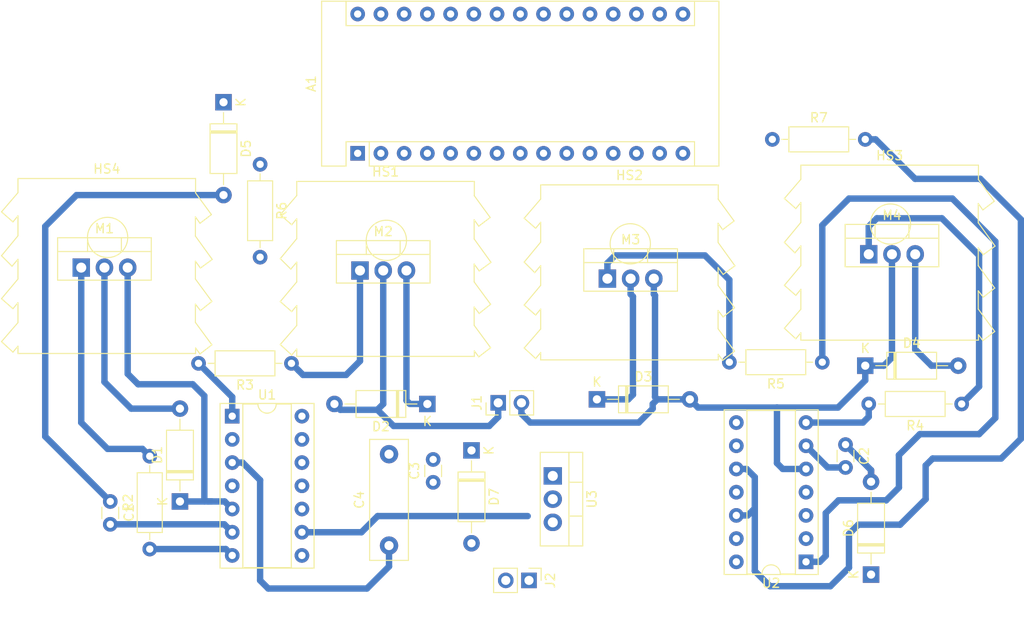
<source format=kicad_pcb>
(kicad_pcb (version 20171130) (host pcbnew 5.0.2-bee76a0~70~ubuntu18.04.1)

  (general
    (thickness 1.6)
    (drawings 0)
    (tracks 140)
    (zones 0)
    (modules 31)
    (nets 61)
  )

  (page A4)
  (layers
    (0 F.Cu signal)
    (31 B.Cu signal)
    (32 B.Adhes user)
    (33 F.Adhes user)
    (34 B.Paste user)
    (35 F.Paste user)
    (36 B.SilkS user)
    (37 F.SilkS user)
    (38 B.Mask user)
    (39 F.Mask user)
    (40 Dwgs.User user)
    (41 Cmts.User user)
    (42 Eco1.User user)
    (43 Eco2.User user)
    (44 Edge.Cuts user)
    (45 Margin user)
    (46 B.CrtYd user)
    (47 F.CrtYd user)
    (48 B.Fab user)
    (49 F.Fab user)
  )

  (setup
    (last_trace_width 3)
    (user_trace_width 0.6)
    (user_trace_width 0.7)
    (user_trace_width 0.8)
    (user_trace_width 1)
    (user_trace_width 3)
    (user_trace_width 5)
    (user_trace_width 7)
    (user_trace_width 12)
    (trace_clearance 0.2)
    (zone_clearance 0.508)
    (zone_45_only no)
    (trace_min 0.2)
    (segment_width 0.2)
    (edge_width 0.15)
    (via_size 0.8)
    (via_drill 0.4)
    (via_min_size 0.4)
    (via_min_drill 0.3)
    (uvia_size 0.3)
    (uvia_drill 0.1)
    (uvias_allowed no)
    (uvia_min_size 0.2)
    (uvia_min_drill 0.1)
    (pcb_text_width 0.3)
    (pcb_text_size 1.5 1.5)
    (mod_edge_width 0.15)
    (mod_text_size 1 1)
    (mod_text_width 0.15)
    (pad_size 1.524 1.524)
    (pad_drill 0.762)
    (pad_to_mask_clearance 0.051)
    (solder_mask_min_width 0.25)
    (aux_axis_origin 0 0)
    (visible_elements FFFFFF7F)
    (pcbplotparams
      (layerselection 0x010fc_ffffffff)
      (usegerberextensions false)
      (usegerberattributes false)
      (usegerberadvancedattributes false)
      (creategerberjobfile false)
      (excludeedgelayer true)
      (linewidth 0.100000)
      (plotframeref false)
      (viasonmask false)
      (mode 1)
      (useauxorigin false)
      (hpglpennumber 1)
      (hpglpenspeed 20)
      (hpglpendiameter 15.000000)
      (psnegative false)
      (psa4output false)
      (plotreference true)
      (plotvalue true)
      (plotinvisibletext false)
      (padsonsilk false)
      (subtractmaskfromsilk false)
      (outputformat 1)
      (mirror false)
      (drillshape 1)
      (scaleselection 1)
      (outputdirectory ""))
  )

  (net 0 "")
  (net 1 "Net-(A1-Pad1)")
  (net 2 "Net-(A1-Pad17)")
  (net 3 "Net-(A1-Pad2)")
  (net 4 "Net-(A1-Pad18)")
  (net 5 "Net-(A1-Pad3)")
  (net 6 "Net-(A1-Pad19)")
  (net 7 Earth)
  (net 8 "Net-(A1-Pad20)")
  (net 9 "Net-(A1-Pad5)")
  (net 10 "Net-(A1-Pad21)")
  (net 11 "Net-(A1-Pad6)")
  (net 12 "Net-(A1-Pad22)")
  (net 13 "Net-(A1-Pad7)")
  (net 14 "Net-(A1-Pad23)")
  (net 15 "Net-(A1-Pad8)")
  (net 16 "Net-(A1-Pad24)")
  (net 17 "Net-(A1-Pad9)")
  (net 18 "Net-(A1-Pad25)")
  (net 19 "Net-(A1-Pad10)")
  (net 20 "Net-(A1-Pad26)")
  (net 21 "Net-(A1-Pad11)")
  (net 22 "Net-(A1-Pad27)")
  (net 23 "Net-(A1-Pad12)")
  (net 24 "Net-(A1-Pad28)")
  (net 25 "Net-(A1-Pad13)")
  (net 26 "Net-(A1-Pad14)")
  (net 27 "Net-(A1-Pad30)")
  (net 28 "Net-(A1-Pad15)")
  (net 29 "Net-(A1-Pad16)")
  (net 30 "Net-(C1-Pad2)")
  (net 31 "Net-(C1-Pad1)")
  (net 32 "Net-(C2-Pad1)")
  (net 33 "Net-(C2-Pad2)")
  (net 34 "Net-(C3-Pad1)")
  (net 35 "Net-(D1-Pad2)")
  (net 36 "Net-(D1-Pad1)")
  (net 37 "Net-(D2-Pad1)")
  (net 38 "Net-(D3-Pad2)")
  (net 39 "Net-(D3-Pad1)")
  (net 40 "Net-(D4-Pad2)")
  (net 41 "Net-(M1-Pad1)")
  (net 42 "Net-(M2-Pad1)")
  (net 43 "Net-(M3-Pad1)")
  (net 44 "Net-(M4-Pad1)")
  (net 45 "Net-(R2-Pad1)")
  (net 46 "Net-(R3-Pad2)")
  (net 47 "Net-(R4-Pad2)")
  (net 48 "Net-(R5-Pad1)")
  (net 49 "Net-(R6-Pad2)")
  (net 50 "Net-(R7-Pad2)")
  (net 51 "Net-(U1-Pad8)")
  (net 52 "Net-(U1-Pad2)")
  (net 53 "Net-(U1-Pad9)")
  (net 54 "Net-(U1-Pad4)")
  (net 55 "Net-(U1-Pad14)")
  (net 56 "Net-(U2-Pad14)")
  (net 57 "Net-(U2-Pad4)")
  (net 58 "Net-(U2-Pad3)")
  (net 59 "Net-(U2-Pad2)")
  (net 60 "Net-(U2-Pad8)")

  (net_class Default "This is the default net class."
    (clearance 0.2)
    (trace_width 0.25)
    (via_dia 0.8)
    (via_drill 0.4)
    (uvia_dia 0.3)
    (uvia_drill 0.1)
    (add_net Earth)
    (add_net "Net-(A1-Pad1)")
    (add_net "Net-(A1-Pad10)")
    (add_net "Net-(A1-Pad11)")
    (add_net "Net-(A1-Pad12)")
    (add_net "Net-(A1-Pad13)")
    (add_net "Net-(A1-Pad14)")
    (add_net "Net-(A1-Pad15)")
    (add_net "Net-(A1-Pad16)")
    (add_net "Net-(A1-Pad17)")
    (add_net "Net-(A1-Pad18)")
    (add_net "Net-(A1-Pad19)")
    (add_net "Net-(A1-Pad2)")
    (add_net "Net-(A1-Pad20)")
    (add_net "Net-(A1-Pad21)")
    (add_net "Net-(A1-Pad22)")
    (add_net "Net-(A1-Pad23)")
    (add_net "Net-(A1-Pad24)")
    (add_net "Net-(A1-Pad25)")
    (add_net "Net-(A1-Pad26)")
    (add_net "Net-(A1-Pad27)")
    (add_net "Net-(A1-Pad28)")
    (add_net "Net-(A1-Pad3)")
    (add_net "Net-(A1-Pad30)")
    (add_net "Net-(A1-Pad5)")
    (add_net "Net-(A1-Pad6)")
    (add_net "Net-(A1-Pad7)")
    (add_net "Net-(A1-Pad8)")
    (add_net "Net-(A1-Pad9)")
    (add_net "Net-(C1-Pad1)")
    (add_net "Net-(C1-Pad2)")
    (add_net "Net-(C2-Pad1)")
    (add_net "Net-(C2-Pad2)")
    (add_net "Net-(C3-Pad1)")
    (add_net "Net-(D1-Pad1)")
    (add_net "Net-(D1-Pad2)")
    (add_net "Net-(D2-Pad1)")
    (add_net "Net-(D3-Pad1)")
    (add_net "Net-(D3-Pad2)")
    (add_net "Net-(D4-Pad2)")
    (add_net "Net-(M1-Pad1)")
    (add_net "Net-(M2-Pad1)")
    (add_net "Net-(M3-Pad1)")
    (add_net "Net-(M4-Pad1)")
    (add_net "Net-(R2-Pad1)")
    (add_net "Net-(R3-Pad2)")
    (add_net "Net-(R4-Pad2)")
    (add_net "Net-(R5-Pad1)")
    (add_net "Net-(R6-Pad2)")
    (add_net "Net-(R7-Pad2)")
    (add_net "Net-(U1-Pad14)")
    (add_net "Net-(U1-Pad2)")
    (add_net "Net-(U1-Pad4)")
    (add_net "Net-(U1-Pad8)")
    (add_net "Net-(U1-Pad9)")
    (add_net "Net-(U2-Pad14)")
    (add_net "Net-(U2-Pad2)")
    (add_net "Net-(U2-Pad3)")
    (add_net "Net-(U2-Pad4)")
    (add_net "Net-(U2-Pad8)")
  )

  (module Capacitor_THT:C_Disc_D3.0mm_W1.6mm_P2.50mm (layer F.Cu) (tedit 5AE50EF0) (tstamp 5C4B9EC1)
    (at 178.054 120.142 270)
    (descr "C, Disc series, Radial, pin pitch=2.50mm, , diameter*width=3.0*1.6mm^2, Capacitor, http://www.vishay.com/docs/45233/krseries.pdf")
    (tags "C Disc series Radial pin pitch 2.50mm  diameter 3.0mm width 1.6mm Capacitor")
    (path /5C3C5427)
    (fp_text reference C2 (at 1.25 -2.05 270) (layer F.SilkS)
      (effects (font (size 1 1) (thickness 0.15)))
    )
    (fp_text value 1nF (at 1.25 2.05 270) (layer F.Fab)
      (effects (font (size 1 1) (thickness 0.15)))
    )
    (fp_line (start -0.25 -0.8) (end -0.25 0.8) (layer F.Fab) (width 0.1))
    (fp_line (start -0.25 0.8) (end 2.75 0.8) (layer F.Fab) (width 0.1))
    (fp_line (start 2.75 0.8) (end 2.75 -0.8) (layer F.Fab) (width 0.1))
    (fp_line (start 2.75 -0.8) (end -0.25 -0.8) (layer F.Fab) (width 0.1))
    (fp_line (start 0.621 -0.92) (end 1.879 -0.92) (layer F.SilkS) (width 0.12))
    (fp_line (start 0.621 0.92) (end 1.879 0.92) (layer F.SilkS) (width 0.12))
    (fp_line (start -1.05 -1.05) (end -1.05 1.05) (layer F.CrtYd) (width 0.05))
    (fp_line (start -1.05 1.05) (end 3.55 1.05) (layer F.CrtYd) (width 0.05))
    (fp_line (start 3.55 1.05) (end 3.55 -1.05) (layer F.CrtYd) (width 0.05))
    (fp_line (start 3.55 -1.05) (end -1.05 -1.05) (layer F.CrtYd) (width 0.05))
    (fp_text user %R (at 1.143 0 270) (layer F.Fab)
      (effects (font (size 0.6 0.6) (thickness 0.09)))
    )
    (pad 1 thru_hole circle (at 0 0 270) (size 1.6 1.6) (drill 0.8) (layers *.Cu *.Mask)
      (net 32 "Net-(C2-Pad1)"))
    (pad 2 thru_hole circle (at 2.5 0 270) (size 1.6 1.6) (drill 0.8) (layers *.Cu *.Mask)
      (net 33 "Net-(C2-Pad2)"))
    (model ${KISYS3DMOD}/Capacitor_THT.3dshapes/C_Disc_D3.0mm_W1.6mm_P2.50mm.wrl
      (at (xyz 0 0 0))
      (scale (xyz 1 1 1))
      (rotate (xyz 0 0 0))
    )
  )

  (module Package_TO_SOT_THT:TO-220-3_Vertical (layer F.Cu) (tedit 5AC8BA0D) (tstamp 5C4B9CA8)
    (at 180.594 99.314)
    (descr "TO-220-3, Vertical, RM 2.54mm, see https://www.vishay.com/docs/66542/to-220-1.pdf")
    (tags "TO-220-3 Vertical RM 2.54mm")
    (path /5C3A9AAF)
    (fp_text reference M4 (at 2.54 -4.27) (layer F.SilkS)
      (effects (font (size 1 1) (thickness 0.15)))
    )
    (fp_text value IRF3205 (at 2.54 2.5) (layer F.Fab)
      (effects (font (size 1 1) (thickness 0.15)))
    )
    (fp_line (start -2.46 -3.15) (end -2.46 1.25) (layer F.Fab) (width 0.1))
    (fp_line (start -2.46 1.25) (end 7.54 1.25) (layer F.Fab) (width 0.1))
    (fp_line (start 7.54 1.25) (end 7.54 -3.15) (layer F.Fab) (width 0.1))
    (fp_line (start 7.54 -3.15) (end -2.46 -3.15) (layer F.Fab) (width 0.1))
    (fp_line (start -2.46 -1.88) (end 7.54 -1.88) (layer F.Fab) (width 0.1))
    (fp_line (start 0.69 -3.15) (end 0.69 -1.88) (layer F.Fab) (width 0.1))
    (fp_line (start 4.39 -3.15) (end 4.39 -1.88) (layer F.Fab) (width 0.1))
    (fp_line (start -2.58 -3.27) (end 7.66 -3.27) (layer F.SilkS) (width 0.12))
    (fp_line (start -2.58 1.371) (end 7.66 1.371) (layer F.SilkS) (width 0.12))
    (fp_line (start -2.58 -3.27) (end -2.58 1.371) (layer F.SilkS) (width 0.12))
    (fp_line (start 7.66 -3.27) (end 7.66 1.371) (layer F.SilkS) (width 0.12))
    (fp_line (start -2.58 -1.76) (end 7.66 -1.76) (layer F.SilkS) (width 0.12))
    (fp_line (start 0.69 -3.27) (end 0.69 -1.76) (layer F.SilkS) (width 0.12))
    (fp_line (start 4.391 -3.27) (end 4.391 -1.76) (layer F.SilkS) (width 0.12))
    (fp_line (start -2.71 -3.4) (end -2.71 1.51) (layer F.CrtYd) (width 0.05))
    (fp_line (start -2.71 1.51) (end 7.79 1.51) (layer F.CrtYd) (width 0.05))
    (fp_line (start 7.79 1.51) (end 7.79 -3.4) (layer F.CrtYd) (width 0.05))
    (fp_line (start 7.79 -3.4) (end -2.71 -3.4) (layer F.CrtYd) (width 0.05))
    (fp_text user %R (at 2.54 -4.27) (layer F.Fab)
      (effects (font (size 1 1) (thickness 0.15)))
    )
    (pad 1 thru_hole rect (at 0 0) (size 1.905 2) (drill 1.1) (layers *.Cu *.Mask)
      (net 44 "Net-(M4-Pad1)"))
    (pad 2 thru_hole oval (at 2.54 0) (size 1.905 2) (drill 1.1) (layers *.Cu *.Mask)
      (net 38 "Net-(D3-Pad2)"))
    (pad 3 thru_hole oval (at 5.08 0) (size 1.905 2) (drill 1.1) (layers *.Cu *.Mask)
      (net 40 "Net-(D4-Pad2)"))
    (model ${KISYS3DMOD}/Package_TO_SOT_THT.3dshapes/TO-220-3_Vertical.wrl
      (at (xyz 0 0 0))
      (scale (xyz 1 1 1))
      (rotate (xyz 0 0 0))
    )
  )

  (module Heatsink:Heatsink_Aavid-TV5G_TO220_Horizontal (layer F.Cu) (tedit 5BE6CB46) (tstamp 5C4BA2D6)
    (at 182.88 96.012)
    (descr "Heatsink TV5G TO-220 Horizontal, https://www.shopaavid.com/Product/TV-5G")
    (tags "Heatsink TV5G TO-220 Horizontal ")
    (path /5C3F4056)
    (fp_text reference HS3 (at 0 -7.5) (layer F.SilkS)
      (effects (font (size 1 1) (thickness 0.15)))
    )
    (fp_text value Heatsink (at -0.27 14.12) (layer F.Fab)
      (effects (font (size 1 1) (thickness 0.15)))
    )
    (fp_text user %R (at 0 -4) (layer F.Fab)
      (effects (font (size 1 1) (thickness 0.15)))
    )
    (fp_line (start -9.6 12.65) (end 9.6 12.65) (layer F.Fab) (width 0.1))
    (fp_line (start 9.6 -6.35) (end -9.6 -6.35) (layer F.Fab) (width 0.1))
    (fp_line (start 7.4 -5.5376) (end 10.2 -1.6376) (layer F.Fab) (width 0.1))
    (fp_line (start 10.2 -1.6376) (end 11.39 -2.525) (layer F.Fab) (width 0.1))
    (fp_line (start 11.39 -2.525) (end 8.61 -6.34) (layer F.Fab) (width 0.1))
    (fp_line (start 8.55 -6.33) (end 7.4 -5.5376) (layer F.Fab) (width 0.1))
    (fp_line (start 8.5 -1.6376) (end 11.4 2.3624) (layer F.Fab) (width 0.1))
    (fp_line (start 11.39 2.375) (end 10.25 3.2124) (layer F.Fab) (width 0.12))
    (fp_line (start 10.25 3.2124) (end 7.35 -0.7876) (layer F.Fab) (width 0.1))
    (fp_line (start 7.35 -0.7876) (end 8.5 -1.6376) (layer F.Fab) (width 0.1))
    (fp_line (start 8.515 3.125) (end 11.4 7.0124) (layer F.Fab) (width 0.1))
    (fp_line (start 11.4 7.0124) (end 10.25 7.9124) (layer F.Fab) (width 0.1))
    (fp_line (start 10.25 7.9124) (end 7.35 3.9624) (layer F.Fab) (width 0.1))
    (fp_line (start 7.35 3.9624) (end 8.5 3.1124) (layer F.Fab) (width 0.1))
    (fp_line (start 10.2 12.6624) (end 11.4 11.7624) (layer F.Fab) (width 0.1))
    (fp_line (start 11.4 11.7624) (end 8.5 7.8624) (layer F.Fab) (width 0.1))
    (fp_line (start 8.5 7.8624) (end 7.35 8.7624) (layer F.Fab) (width 0.1))
    (fp_line (start 7.35 8.7624) (end 10.2 12.6624) (layer F.Fab) (width 0.1))
    (fp_line (start -8.4 -6.3376) (end -11.4 -2.7876) (layer F.Fab) (width 0.1))
    (fp_line (start -11.4 -2.7876) (end -10.285 -1.8) (layer F.Fab) (width 0.1))
    (fp_line (start -10.285 -1.8) (end -7.4 -5.2876) (layer F.Fab) (width 0.1))
    (fp_line (start -8.35 -6.2876) (end -7.3 -5.3876) (layer F.Fab) (width 0.1))
    (fp_line (start -7.3 -5.3876) (end -7.4 -5.2876) (layer F.Fab) (width 0.1))
    (fp_line (start -11.4 1.9624) (end -8.4 -1.5876) (layer F.Fab) (width 0.1))
    (fp_line (start -11.4 1.9624) (end -10.35 3.0124) (layer F.Fab) (width 0.1))
    (fp_line (start -10.35 3.0124) (end -7.3 -0.6376) (layer F.Fab) (width 0.1))
    (fp_line (start -7.3 -0.6376) (end -8.4 -1.5876) (layer F.Fab) (width 0.1))
    (fp_line (start -11.4 6.7124) (end -8.35 3.1124) (layer F.Fab) (width 0.1))
    (fp_line (start -8.35 3.1124) (end -7.25 4.1124) (layer F.Fab) (width 0.1))
    (fp_line (start -7.25 4.1124) (end -10.3 7.7124) (layer F.Fab) (width 0.1))
    (fp_line (start -10.3 7.7124) (end -11.4 6.7124) (layer F.Fab) (width 0.1))
    (fp_line (start -11.4 11.4124) (end -8.35 7.8624) (layer F.Fab) (width 0.1))
    (fp_line (start -8.35 7.8624) (end -7.25 8.8124) (layer F.Fab) (width 0.1))
    (fp_line (start -7.25 8.8124) (end -10.26 12.4) (layer F.Fab) (width 0.1))
    (fp_line (start -11.4 11.4124) (end -10.285 12.425) (layer F.Fab) (width 0.1))
    (fp_line (start -9.6 -6.35) (end -9.6 -4.95) (layer F.Fab) (width 0.1))
    (fp_line (start -9.6 -2.63) (end -9.6 -0.18) (layer F.Fab) (width 0.1))
    (fp_line (start -9.6 2.13) (end -9.6 4.56) (layer F.Fab) (width 0.1))
    (fp_line (start -9.6 6.88) (end -9.6 9.3) (layer F.Fab) (width 0.1))
    (fp_line (start -9.6 11.61) (end -9.6 12.65) (layer F.Fab) (width 0.1))
    (fp_line (start -8.1 -6.3376) (end -8.1 -6.07) (layer F.Fab) (width 0.1))
    (fp_line (start -8.1 -4.44) (end -8.1 -1.35) (layer F.Fab) (width 0.1))
    (fp_line (start -8.1 0.34) (end -8.1 3.33) (layer F.Fab) (width 0.1))
    (fp_line (start -8.1 5.13) (end -8.1 8.08) (layer F.Fab) (width 0.1))
    (fp_line (start -8.1 9.86) (end -8.1 12.65) (layer F.Fab) (width 0.1))
    (fp_line (start 8.1 -6.35) (end 8.1 -6.03) (layer F.Fab) (width 0.1))
    (fp_line (start 9.6 -6.3376) (end 9.6 -4.98) (layer F.Fab) (width 0.1))
    (fp_line (start 8.1 -4.5376) (end 8.1 -1.3876) (layer F.Fab) (width 0.1))
    (fp_line (start 9.6 -2.4376) (end 9.6 -0.1376) (layer F.Fab) (width 0.1))
    (fp_line (start 8.1 0.2624) (end 8.1 3.4124) (layer F.Fab) (width 0.1))
    (fp_line (start 9.6 2.3124) (end 9.6 4.5624) (layer F.Fab) (width 0.1))
    (fp_line (start 8.1 5.0124) (end 8.1 8.1624) (layer F.Fab) (width 0.1))
    (fp_line (start 9.6 7.0624) (end 9.6 9.3124) (layer F.Fab) (width 0.1))
    (fp_line (start 9.6 11.8624) (end 9.6 12.6124) (layer F.Fab) (width 0.1))
    (fp_line (start 8.1 9.8124) (end 8.1 12.6124) (layer F.Fab) (width 0.1))
    (fp_line (start 11.65 12.9) (end 11.65 -6.6) (layer F.CrtYd) (width 0.05))
    (fp_line (start 11.65 -6.6) (end -11.65 -6.6) (layer F.CrtYd) (width 0.05))
    (fp_line (start -11.65 -6.6) (end -11.65 12.9) (layer F.CrtYd) (width 0.05))
    (fp_line (start -9.69 -6.45) (end 9.69 -6.45) (layer F.SilkS) (width 0.12))
    (fp_line (start 9.71 -6.45) (end 9.71 -4.9) (layer F.SilkS) (width 0.12))
    (fp_line (start 9.69 -4.9) (end 11.44 -2.5) (layer F.SilkS) (width 0.12))
    (fp_line (start 11.44 -2.5) (end 10.19 -1.55) (layer F.SilkS) (width 0.12))
    (fp_line (start 10.19 -1.55) (end 9.69 -2.25) (layer F.SilkS) (width 0.12))
    (fp_line (start 9.69 -2.25) (end 9.69 -0.15) (layer F.SilkS) (width 0.12))
    (fp_line (start 9.69 -0.15) (end 11.49 2.35) (layer F.SilkS) (width 0.12))
    (fp_line (start 11.54 2.4) (end 10.24 3.35) (layer F.SilkS) (width 0.12))
    (fp_line (start 10.24 3.35) (end 9.69 2.6) (layer F.SilkS) (width 0.12))
    (fp_line (start 9.69 2.6) (end 9.69 4.55) (layer F.SilkS) (width 0.12))
    (fp_line (start 9.69 4.55) (end 11.49 7) (layer F.SilkS) (width 0.12))
    (fp_line (start 11.49 7) (end 10.24 8) (layer F.SilkS) (width 0.12))
    (fp_line (start 10.24 8) (end 9.69 7.3) (layer F.SilkS) (width 0.12))
    (fp_line (start 9.69 7.3) (end 9.69 9.3) (layer F.SilkS) (width 0.12))
    (fp_line (start 9.69 9.3) (end 11.49 11.75) (layer F.SilkS) (width 0.12))
    (fp_line (start 11.49 11.75) (end 10.19 12.75) (layer F.SilkS) (width 0.12))
    (fp_line (start 10.19 12.75) (end 9.71 12.1) (layer F.SilkS) (width 0.12))
    (fp_line (start 9.71 12.1) (end 9.71 12.7) (layer F.SilkS) (width 0.12))
    (fp_line (start 9.71 12.7) (end -9.71 12.7) (layer F.SilkS) (width 0.12))
    (fp_line (start -9.71 12.7) (end -9.71 11.9) (layer F.SilkS) (width 0.12))
    (fp_line (start -9.71 11.9) (end -10.26 12.55) (layer F.SilkS) (width 0.12))
    (fp_line (start -10.26 12.55) (end -11.51 11.4) (layer F.SilkS) (width 0.12))
    (fp_line (start -11.51 11.4) (end -9.71 9.32) (layer F.SilkS) (width 0.12))
    (fp_line (start -9.71 9.32) (end -9.71 7.15) (layer F.SilkS) (width 0.12))
    (fp_line (start -9.71 7.14) (end -10.26 7.8) (layer F.SilkS) (width 0.12))
    (fp_line (start -10.26 7.8) (end -11.51 6.7) (layer F.SilkS) (width 0.12))
    (fp_line (start -11.51 6.7) (end -9.71 4.55) (layer F.SilkS) (width 0.12))
    (fp_line (start -9.71 4.54) (end -9.71 2.39) (layer F.SilkS) (width 0.12))
    (fp_line (start -9.71 2.39) (end -10.36 3.15) (layer F.SilkS) (width 0.12))
    (fp_line (start -10.36 3.15) (end -11.51 2) (layer F.SilkS) (width 0.12))
    (fp_line (start -11.51 2) (end -9.71 -0.18) (layer F.SilkS) (width 0.12))
    (fp_line (start -9.71 -0.19) (end -9.71 -2.35) (layer F.SilkS) (width 0.12))
    (fp_line (start -9.71 -2.36) (end -10.26 -1.7) (layer F.SilkS) (width 0.12))
    (fp_line (start -10.26 -1.7) (end -11.51 -2.8) (layer F.SilkS) (width 0.12))
    (fp_line (start -11.51 -2.8) (end -9.7 -4.91) (layer F.SilkS) (width 0.12))
    (fp_line (start -9.71 -4.94) (end -9.71 -6.45) (layer F.SilkS) (width 0.12))
    (fp_line (start -11.65 12.9) (end 11.65 12.9) (layer F.CrtYd) (width 0.05))
    (fp_circle (center 0.09 0) (end 2.09 0.1) (layer F.Fab) (width 0.1))
    (fp_circle (center 0.09 0) (end 2.29 -0.1) (layer F.SilkS) (width 0.12))
    (model ${KISYS3DMOD}/Heatsink.3dshapes/Heatsink_Aavid-TV5G_TO220_Horizontal.wrl
      (at (xyz 0 0 0))
      (scale (xyz 1 1 1))
      (rotate (xyz 0 0 0))
    )
  )

  (module Heatsink:Heatsink_Aavid-TV5G_TO220_Horizontal (layer F.Cu) (tedit 5BE6CB46) (tstamp 5C4BA3A2)
    (at 154.432 98.171)
    (descr "Heatsink TV5G TO-220 Horizontal, https://www.shopaavid.com/Product/TV-5G")
    (tags "Heatsink TV5G TO-220 Horizontal ")
    (path /5C3F425A)
    (fp_text reference HS2 (at 0 -7.5) (layer F.SilkS)
      (effects (font (size 1 1) (thickness 0.15)))
    )
    (fp_text value Heatsink (at -0.27 14.12) (layer F.Fab)
      (effects (font (size 1 1) (thickness 0.15)))
    )
    (fp_text user %R (at 0 -4) (layer F.Fab)
      (effects (font (size 1 1) (thickness 0.15)))
    )
    (fp_line (start -9.6 12.65) (end 9.6 12.65) (layer F.Fab) (width 0.1))
    (fp_line (start 9.6 -6.35) (end -9.6 -6.35) (layer F.Fab) (width 0.1))
    (fp_line (start 7.4 -5.5376) (end 10.2 -1.6376) (layer F.Fab) (width 0.1))
    (fp_line (start 10.2 -1.6376) (end 11.39 -2.525) (layer F.Fab) (width 0.1))
    (fp_line (start 11.39 -2.525) (end 8.61 -6.34) (layer F.Fab) (width 0.1))
    (fp_line (start 8.55 -6.33) (end 7.4 -5.5376) (layer F.Fab) (width 0.1))
    (fp_line (start 8.5 -1.6376) (end 11.4 2.3624) (layer F.Fab) (width 0.1))
    (fp_line (start 11.39 2.375) (end 10.25 3.2124) (layer F.Fab) (width 0.12))
    (fp_line (start 10.25 3.2124) (end 7.35 -0.7876) (layer F.Fab) (width 0.1))
    (fp_line (start 7.35 -0.7876) (end 8.5 -1.6376) (layer F.Fab) (width 0.1))
    (fp_line (start 8.515 3.125) (end 11.4 7.0124) (layer F.Fab) (width 0.1))
    (fp_line (start 11.4 7.0124) (end 10.25 7.9124) (layer F.Fab) (width 0.1))
    (fp_line (start 10.25 7.9124) (end 7.35 3.9624) (layer F.Fab) (width 0.1))
    (fp_line (start 7.35 3.9624) (end 8.5 3.1124) (layer F.Fab) (width 0.1))
    (fp_line (start 10.2 12.6624) (end 11.4 11.7624) (layer F.Fab) (width 0.1))
    (fp_line (start 11.4 11.7624) (end 8.5 7.8624) (layer F.Fab) (width 0.1))
    (fp_line (start 8.5 7.8624) (end 7.35 8.7624) (layer F.Fab) (width 0.1))
    (fp_line (start 7.35 8.7624) (end 10.2 12.6624) (layer F.Fab) (width 0.1))
    (fp_line (start -8.4 -6.3376) (end -11.4 -2.7876) (layer F.Fab) (width 0.1))
    (fp_line (start -11.4 -2.7876) (end -10.285 -1.8) (layer F.Fab) (width 0.1))
    (fp_line (start -10.285 -1.8) (end -7.4 -5.2876) (layer F.Fab) (width 0.1))
    (fp_line (start -8.35 -6.2876) (end -7.3 -5.3876) (layer F.Fab) (width 0.1))
    (fp_line (start -7.3 -5.3876) (end -7.4 -5.2876) (layer F.Fab) (width 0.1))
    (fp_line (start -11.4 1.9624) (end -8.4 -1.5876) (layer F.Fab) (width 0.1))
    (fp_line (start -11.4 1.9624) (end -10.35 3.0124) (layer F.Fab) (width 0.1))
    (fp_line (start -10.35 3.0124) (end -7.3 -0.6376) (layer F.Fab) (width 0.1))
    (fp_line (start -7.3 -0.6376) (end -8.4 -1.5876) (layer F.Fab) (width 0.1))
    (fp_line (start -11.4 6.7124) (end -8.35 3.1124) (layer F.Fab) (width 0.1))
    (fp_line (start -8.35 3.1124) (end -7.25 4.1124) (layer F.Fab) (width 0.1))
    (fp_line (start -7.25 4.1124) (end -10.3 7.7124) (layer F.Fab) (width 0.1))
    (fp_line (start -10.3 7.7124) (end -11.4 6.7124) (layer F.Fab) (width 0.1))
    (fp_line (start -11.4 11.4124) (end -8.35 7.8624) (layer F.Fab) (width 0.1))
    (fp_line (start -8.35 7.8624) (end -7.25 8.8124) (layer F.Fab) (width 0.1))
    (fp_line (start -7.25 8.8124) (end -10.26 12.4) (layer F.Fab) (width 0.1))
    (fp_line (start -11.4 11.4124) (end -10.285 12.425) (layer F.Fab) (width 0.1))
    (fp_line (start -9.6 -6.35) (end -9.6 -4.95) (layer F.Fab) (width 0.1))
    (fp_line (start -9.6 -2.63) (end -9.6 -0.18) (layer F.Fab) (width 0.1))
    (fp_line (start -9.6 2.13) (end -9.6 4.56) (layer F.Fab) (width 0.1))
    (fp_line (start -9.6 6.88) (end -9.6 9.3) (layer F.Fab) (width 0.1))
    (fp_line (start -9.6 11.61) (end -9.6 12.65) (layer F.Fab) (width 0.1))
    (fp_line (start -8.1 -6.3376) (end -8.1 -6.07) (layer F.Fab) (width 0.1))
    (fp_line (start -8.1 -4.44) (end -8.1 -1.35) (layer F.Fab) (width 0.1))
    (fp_line (start -8.1 0.34) (end -8.1 3.33) (layer F.Fab) (width 0.1))
    (fp_line (start -8.1 5.13) (end -8.1 8.08) (layer F.Fab) (width 0.1))
    (fp_line (start -8.1 9.86) (end -8.1 12.65) (layer F.Fab) (width 0.1))
    (fp_line (start 8.1 -6.35) (end 8.1 -6.03) (layer F.Fab) (width 0.1))
    (fp_line (start 9.6 -6.3376) (end 9.6 -4.98) (layer F.Fab) (width 0.1))
    (fp_line (start 8.1 -4.5376) (end 8.1 -1.3876) (layer F.Fab) (width 0.1))
    (fp_line (start 9.6 -2.4376) (end 9.6 -0.1376) (layer F.Fab) (width 0.1))
    (fp_line (start 8.1 0.2624) (end 8.1 3.4124) (layer F.Fab) (width 0.1))
    (fp_line (start 9.6 2.3124) (end 9.6 4.5624) (layer F.Fab) (width 0.1))
    (fp_line (start 8.1 5.0124) (end 8.1 8.1624) (layer F.Fab) (width 0.1))
    (fp_line (start 9.6 7.0624) (end 9.6 9.3124) (layer F.Fab) (width 0.1))
    (fp_line (start 9.6 11.8624) (end 9.6 12.6124) (layer F.Fab) (width 0.1))
    (fp_line (start 8.1 9.8124) (end 8.1 12.6124) (layer F.Fab) (width 0.1))
    (fp_line (start 11.65 12.9) (end 11.65 -6.6) (layer F.CrtYd) (width 0.05))
    (fp_line (start 11.65 -6.6) (end -11.65 -6.6) (layer F.CrtYd) (width 0.05))
    (fp_line (start -11.65 -6.6) (end -11.65 12.9) (layer F.CrtYd) (width 0.05))
    (fp_line (start -9.69 -6.45) (end 9.69 -6.45) (layer F.SilkS) (width 0.12))
    (fp_line (start 9.71 -6.45) (end 9.71 -4.9) (layer F.SilkS) (width 0.12))
    (fp_line (start 9.69 -4.9) (end 11.44 -2.5) (layer F.SilkS) (width 0.12))
    (fp_line (start 11.44 -2.5) (end 10.19 -1.55) (layer F.SilkS) (width 0.12))
    (fp_line (start 10.19 -1.55) (end 9.69 -2.25) (layer F.SilkS) (width 0.12))
    (fp_line (start 9.69 -2.25) (end 9.69 -0.15) (layer F.SilkS) (width 0.12))
    (fp_line (start 9.69 -0.15) (end 11.49 2.35) (layer F.SilkS) (width 0.12))
    (fp_line (start 11.54 2.4) (end 10.24 3.35) (layer F.SilkS) (width 0.12))
    (fp_line (start 10.24 3.35) (end 9.69 2.6) (layer F.SilkS) (width 0.12))
    (fp_line (start 9.69 2.6) (end 9.69 4.55) (layer F.SilkS) (width 0.12))
    (fp_line (start 9.69 4.55) (end 11.49 7) (layer F.SilkS) (width 0.12))
    (fp_line (start 11.49 7) (end 10.24 8) (layer F.SilkS) (width 0.12))
    (fp_line (start 10.24 8) (end 9.69 7.3) (layer F.SilkS) (width 0.12))
    (fp_line (start 9.69 7.3) (end 9.69 9.3) (layer F.SilkS) (width 0.12))
    (fp_line (start 9.69 9.3) (end 11.49 11.75) (layer F.SilkS) (width 0.12))
    (fp_line (start 11.49 11.75) (end 10.19 12.75) (layer F.SilkS) (width 0.12))
    (fp_line (start 10.19 12.75) (end 9.71 12.1) (layer F.SilkS) (width 0.12))
    (fp_line (start 9.71 12.1) (end 9.71 12.7) (layer F.SilkS) (width 0.12))
    (fp_line (start 9.71 12.7) (end -9.71 12.7) (layer F.SilkS) (width 0.12))
    (fp_line (start -9.71 12.7) (end -9.71 11.9) (layer F.SilkS) (width 0.12))
    (fp_line (start -9.71 11.9) (end -10.26 12.55) (layer F.SilkS) (width 0.12))
    (fp_line (start -10.26 12.55) (end -11.51 11.4) (layer F.SilkS) (width 0.12))
    (fp_line (start -11.51 11.4) (end -9.71 9.32) (layer F.SilkS) (width 0.12))
    (fp_line (start -9.71 9.32) (end -9.71 7.15) (layer F.SilkS) (width 0.12))
    (fp_line (start -9.71 7.14) (end -10.26 7.8) (layer F.SilkS) (width 0.12))
    (fp_line (start -10.26 7.8) (end -11.51 6.7) (layer F.SilkS) (width 0.12))
    (fp_line (start -11.51 6.7) (end -9.71 4.55) (layer F.SilkS) (width 0.12))
    (fp_line (start -9.71 4.54) (end -9.71 2.39) (layer F.SilkS) (width 0.12))
    (fp_line (start -9.71 2.39) (end -10.36 3.15) (layer F.SilkS) (width 0.12))
    (fp_line (start -10.36 3.15) (end -11.51 2) (layer F.SilkS) (width 0.12))
    (fp_line (start -11.51 2) (end -9.71 -0.18) (layer F.SilkS) (width 0.12))
    (fp_line (start -9.71 -0.19) (end -9.71 -2.35) (layer F.SilkS) (width 0.12))
    (fp_line (start -9.71 -2.36) (end -10.26 -1.7) (layer F.SilkS) (width 0.12))
    (fp_line (start -10.26 -1.7) (end -11.51 -2.8) (layer F.SilkS) (width 0.12))
    (fp_line (start -11.51 -2.8) (end -9.7 -4.91) (layer F.SilkS) (width 0.12))
    (fp_line (start -9.71 -4.94) (end -9.71 -6.45) (layer F.SilkS) (width 0.12))
    (fp_line (start -11.65 12.9) (end 11.65 12.9) (layer F.CrtYd) (width 0.05))
    (fp_circle (center 0.09 0) (end 2.09 0.1) (layer F.Fab) (width 0.1))
    (fp_circle (center 0.09 0) (end 2.29 -0.1) (layer F.SilkS) (width 0.12))
    (model ${KISYS3DMOD}/Heatsink.3dshapes/Heatsink_Aavid-TV5G_TO220_Horizontal.wrl
      (at (xyz 0 0 0))
      (scale (xyz 1 1 1))
      (rotate (xyz 0 0 0))
    )
  )

  (module Heatsink:Heatsink_Aavid-TV5G_TO220_Horizontal (layer F.Cu) (tedit 5BE6CB46) (tstamp 5C4BA408)
    (at 97.282 97.4725)
    (descr "Heatsink TV5G TO-220 Horizontal, https://www.shopaavid.com/Product/TV-5G")
    (tags "Heatsink TV5G TO-220 Horizontal ")
    (path /5C3F82D9)
    (fp_text reference HS4 (at 0 -7.5) (layer F.SilkS)
      (effects (font (size 1 1) (thickness 0.15)))
    )
    (fp_text value Heatsink (at -0.27 14.12) (layer F.Fab)
      (effects (font (size 1 1) (thickness 0.15)))
    )
    (fp_circle (center 0.09 0) (end 2.29 -0.1) (layer F.SilkS) (width 0.12))
    (fp_circle (center 0.09 0) (end 2.09 0.1) (layer F.Fab) (width 0.1))
    (fp_line (start -11.65 12.9) (end 11.65 12.9) (layer F.CrtYd) (width 0.05))
    (fp_line (start -9.71 -4.94) (end -9.71 -6.45) (layer F.SilkS) (width 0.12))
    (fp_line (start -11.51 -2.8) (end -9.7 -4.91) (layer F.SilkS) (width 0.12))
    (fp_line (start -10.26 -1.7) (end -11.51 -2.8) (layer F.SilkS) (width 0.12))
    (fp_line (start -9.71 -2.36) (end -10.26 -1.7) (layer F.SilkS) (width 0.12))
    (fp_line (start -9.71 -0.19) (end -9.71 -2.35) (layer F.SilkS) (width 0.12))
    (fp_line (start -11.51 2) (end -9.71 -0.18) (layer F.SilkS) (width 0.12))
    (fp_line (start -10.36 3.15) (end -11.51 2) (layer F.SilkS) (width 0.12))
    (fp_line (start -9.71 2.39) (end -10.36 3.15) (layer F.SilkS) (width 0.12))
    (fp_line (start -9.71 4.54) (end -9.71 2.39) (layer F.SilkS) (width 0.12))
    (fp_line (start -11.51 6.7) (end -9.71 4.55) (layer F.SilkS) (width 0.12))
    (fp_line (start -10.26 7.8) (end -11.51 6.7) (layer F.SilkS) (width 0.12))
    (fp_line (start -9.71 7.14) (end -10.26 7.8) (layer F.SilkS) (width 0.12))
    (fp_line (start -9.71 9.32) (end -9.71 7.15) (layer F.SilkS) (width 0.12))
    (fp_line (start -11.51 11.4) (end -9.71 9.32) (layer F.SilkS) (width 0.12))
    (fp_line (start -10.26 12.55) (end -11.51 11.4) (layer F.SilkS) (width 0.12))
    (fp_line (start -9.71 11.9) (end -10.26 12.55) (layer F.SilkS) (width 0.12))
    (fp_line (start -9.71 12.7) (end -9.71 11.9) (layer F.SilkS) (width 0.12))
    (fp_line (start 9.71 12.7) (end -9.71 12.7) (layer F.SilkS) (width 0.12))
    (fp_line (start 9.71 12.1) (end 9.71 12.7) (layer F.SilkS) (width 0.12))
    (fp_line (start 10.19 12.75) (end 9.71 12.1) (layer F.SilkS) (width 0.12))
    (fp_line (start 11.49 11.75) (end 10.19 12.75) (layer F.SilkS) (width 0.12))
    (fp_line (start 9.69 9.3) (end 11.49 11.75) (layer F.SilkS) (width 0.12))
    (fp_line (start 9.69 7.3) (end 9.69 9.3) (layer F.SilkS) (width 0.12))
    (fp_line (start 10.24 8) (end 9.69 7.3) (layer F.SilkS) (width 0.12))
    (fp_line (start 11.49 7) (end 10.24 8) (layer F.SilkS) (width 0.12))
    (fp_line (start 9.69 4.55) (end 11.49 7) (layer F.SilkS) (width 0.12))
    (fp_line (start 9.69 2.6) (end 9.69 4.55) (layer F.SilkS) (width 0.12))
    (fp_line (start 10.24 3.35) (end 9.69 2.6) (layer F.SilkS) (width 0.12))
    (fp_line (start 11.54 2.4) (end 10.24 3.35) (layer F.SilkS) (width 0.12))
    (fp_line (start 9.69 -0.15) (end 11.49 2.35) (layer F.SilkS) (width 0.12))
    (fp_line (start 9.69 -2.25) (end 9.69 -0.15) (layer F.SilkS) (width 0.12))
    (fp_line (start 10.19 -1.55) (end 9.69 -2.25) (layer F.SilkS) (width 0.12))
    (fp_line (start 11.44 -2.5) (end 10.19 -1.55) (layer F.SilkS) (width 0.12))
    (fp_line (start 9.69 -4.9) (end 11.44 -2.5) (layer F.SilkS) (width 0.12))
    (fp_line (start 9.71 -6.45) (end 9.71 -4.9) (layer F.SilkS) (width 0.12))
    (fp_line (start -9.69 -6.45) (end 9.69 -6.45) (layer F.SilkS) (width 0.12))
    (fp_line (start -11.65 -6.6) (end -11.65 12.9) (layer F.CrtYd) (width 0.05))
    (fp_line (start 11.65 -6.6) (end -11.65 -6.6) (layer F.CrtYd) (width 0.05))
    (fp_line (start 11.65 12.9) (end 11.65 -6.6) (layer F.CrtYd) (width 0.05))
    (fp_line (start 8.1 9.8124) (end 8.1 12.6124) (layer F.Fab) (width 0.1))
    (fp_line (start 9.6 11.8624) (end 9.6 12.6124) (layer F.Fab) (width 0.1))
    (fp_line (start 9.6 7.0624) (end 9.6 9.3124) (layer F.Fab) (width 0.1))
    (fp_line (start 8.1 5.0124) (end 8.1 8.1624) (layer F.Fab) (width 0.1))
    (fp_line (start 9.6 2.3124) (end 9.6 4.5624) (layer F.Fab) (width 0.1))
    (fp_line (start 8.1 0.2624) (end 8.1 3.4124) (layer F.Fab) (width 0.1))
    (fp_line (start 9.6 -2.4376) (end 9.6 -0.1376) (layer F.Fab) (width 0.1))
    (fp_line (start 8.1 -4.5376) (end 8.1 -1.3876) (layer F.Fab) (width 0.1))
    (fp_line (start 9.6 -6.3376) (end 9.6 -4.98) (layer F.Fab) (width 0.1))
    (fp_line (start 8.1 -6.35) (end 8.1 -6.03) (layer F.Fab) (width 0.1))
    (fp_line (start -8.1 9.86) (end -8.1 12.65) (layer F.Fab) (width 0.1))
    (fp_line (start -8.1 5.13) (end -8.1 8.08) (layer F.Fab) (width 0.1))
    (fp_line (start -8.1 0.34) (end -8.1 3.33) (layer F.Fab) (width 0.1))
    (fp_line (start -8.1 -4.44) (end -8.1 -1.35) (layer F.Fab) (width 0.1))
    (fp_line (start -8.1 -6.3376) (end -8.1 -6.07) (layer F.Fab) (width 0.1))
    (fp_line (start -9.6 11.61) (end -9.6 12.65) (layer F.Fab) (width 0.1))
    (fp_line (start -9.6 6.88) (end -9.6 9.3) (layer F.Fab) (width 0.1))
    (fp_line (start -9.6 2.13) (end -9.6 4.56) (layer F.Fab) (width 0.1))
    (fp_line (start -9.6 -2.63) (end -9.6 -0.18) (layer F.Fab) (width 0.1))
    (fp_line (start -9.6 -6.35) (end -9.6 -4.95) (layer F.Fab) (width 0.1))
    (fp_line (start -11.4 11.4124) (end -10.285 12.425) (layer F.Fab) (width 0.1))
    (fp_line (start -7.25 8.8124) (end -10.26 12.4) (layer F.Fab) (width 0.1))
    (fp_line (start -8.35 7.8624) (end -7.25 8.8124) (layer F.Fab) (width 0.1))
    (fp_line (start -11.4 11.4124) (end -8.35 7.8624) (layer F.Fab) (width 0.1))
    (fp_line (start -10.3 7.7124) (end -11.4 6.7124) (layer F.Fab) (width 0.1))
    (fp_line (start -7.25 4.1124) (end -10.3 7.7124) (layer F.Fab) (width 0.1))
    (fp_line (start -8.35 3.1124) (end -7.25 4.1124) (layer F.Fab) (width 0.1))
    (fp_line (start -11.4 6.7124) (end -8.35 3.1124) (layer F.Fab) (width 0.1))
    (fp_line (start -7.3 -0.6376) (end -8.4 -1.5876) (layer F.Fab) (width 0.1))
    (fp_line (start -10.35 3.0124) (end -7.3 -0.6376) (layer F.Fab) (width 0.1))
    (fp_line (start -11.4 1.9624) (end -10.35 3.0124) (layer F.Fab) (width 0.1))
    (fp_line (start -11.4 1.9624) (end -8.4 -1.5876) (layer F.Fab) (width 0.1))
    (fp_line (start -7.3 -5.3876) (end -7.4 -5.2876) (layer F.Fab) (width 0.1))
    (fp_line (start -8.35 -6.2876) (end -7.3 -5.3876) (layer F.Fab) (width 0.1))
    (fp_line (start -10.285 -1.8) (end -7.4 -5.2876) (layer F.Fab) (width 0.1))
    (fp_line (start -11.4 -2.7876) (end -10.285 -1.8) (layer F.Fab) (width 0.1))
    (fp_line (start -8.4 -6.3376) (end -11.4 -2.7876) (layer F.Fab) (width 0.1))
    (fp_line (start 7.35 8.7624) (end 10.2 12.6624) (layer F.Fab) (width 0.1))
    (fp_line (start 8.5 7.8624) (end 7.35 8.7624) (layer F.Fab) (width 0.1))
    (fp_line (start 11.4 11.7624) (end 8.5 7.8624) (layer F.Fab) (width 0.1))
    (fp_line (start 10.2 12.6624) (end 11.4 11.7624) (layer F.Fab) (width 0.1))
    (fp_line (start 7.35 3.9624) (end 8.5 3.1124) (layer F.Fab) (width 0.1))
    (fp_line (start 10.25 7.9124) (end 7.35 3.9624) (layer F.Fab) (width 0.1))
    (fp_line (start 11.4 7.0124) (end 10.25 7.9124) (layer F.Fab) (width 0.1))
    (fp_line (start 8.515 3.125) (end 11.4 7.0124) (layer F.Fab) (width 0.1))
    (fp_line (start 7.35 -0.7876) (end 8.5 -1.6376) (layer F.Fab) (width 0.1))
    (fp_line (start 10.25 3.2124) (end 7.35 -0.7876) (layer F.Fab) (width 0.1))
    (fp_line (start 11.39 2.375) (end 10.25 3.2124) (layer F.Fab) (width 0.12))
    (fp_line (start 8.5 -1.6376) (end 11.4 2.3624) (layer F.Fab) (width 0.1))
    (fp_line (start 8.55 -6.33) (end 7.4 -5.5376) (layer F.Fab) (width 0.1))
    (fp_line (start 11.39 -2.525) (end 8.61 -6.34) (layer F.Fab) (width 0.1))
    (fp_line (start 10.2 -1.6376) (end 11.39 -2.525) (layer F.Fab) (width 0.1))
    (fp_line (start 7.4 -5.5376) (end 10.2 -1.6376) (layer F.Fab) (width 0.1))
    (fp_line (start 9.6 -6.35) (end -9.6 -6.35) (layer F.Fab) (width 0.1))
    (fp_line (start -9.6 12.65) (end 9.6 12.65) (layer F.Fab) (width 0.1))
    (fp_text user %R (at 0 -4) (layer F.Fab)
      (effects (font (size 1 1) (thickness 0.15)))
    )
    (model ${KISYS3DMOD}/Heatsink.3dshapes/Heatsink_Aavid-TV5G_TO220_Horizontal.wrl
      (at (xyz 0 0 0))
      (scale (xyz 1 1 1))
      (rotate (xyz 0 0 0))
    )
  )

  (module Heatsink:Heatsink_Aavid-TV5G_TO220_Horizontal (layer F.Cu) (tedit 5BE6CB46) (tstamp 5C4BA33C)
    (at 127.762 97.79)
    (descr "Heatsink TV5G TO-220 Horizontal, https://www.shopaavid.com/Product/TV-5G")
    (tags "Heatsink TV5G TO-220 Horizontal ")
    (path /5C3F3D3B)
    (fp_text reference HS1 (at 0 -7.5) (layer F.SilkS)
      (effects (font (size 1 1) (thickness 0.15)))
    )
    (fp_text value Heatsink (at -0.27 14.12) (layer F.Fab)
      (effects (font (size 1 1) (thickness 0.15)))
    )
    (fp_circle (center 0.09 0) (end 2.29 -0.1) (layer F.SilkS) (width 0.12))
    (fp_circle (center 0.09 0) (end 2.09 0.1) (layer F.Fab) (width 0.1))
    (fp_line (start -11.65 12.9) (end 11.65 12.9) (layer F.CrtYd) (width 0.05))
    (fp_line (start -9.71 -4.94) (end -9.71 -6.45) (layer F.SilkS) (width 0.12))
    (fp_line (start -11.51 -2.8) (end -9.7 -4.91) (layer F.SilkS) (width 0.12))
    (fp_line (start -10.26 -1.7) (end -11.51 -2.8) (layer F.SilkS) (width 0.12))
    (fp_line (start -9.71 -2.36) (end -10.26 -1.7) (layer F.SilkS) (width 0.12))
    (fp_line (start -9.71 -0.19) (end -9.71 -2.35) (layer F.SilkS) (width 0.12))
    (fp_line (start -11.51 2) (end -9.71 -0.18) (layer F.SilkS) (width 0.12))
    (fp_line (start -10.36 3.15) (end -11.51 2) (layer F.SilkS) (width 0.12))
    (fp_line (start -9.71 2.39) (end -10.36 3.15) (layer F.SilkS) (width 0.12))
    (fp_line (start -9.71 4.54) (end -9.71 2.39) (layer F.SilkS) (width 0.12))
    (fp_line (start -11.51 6.7) (end -9.71 4.55) (layer F.SilkS) (width 0.12))
    (fp_line (start -10.26 7.8) (end -11.51 6.7) (layer F.SilkS) (width 0.12))
    (fp_line (start -9.71 7.14) (end -10.26 7.8) (layer F.SilkS) (width 0.12))
    (fp_line (start -9.71 9.32) (end -9.71 7.15) (layer F.SilkS) (width 0.12))
    (fp_line (start -11.51 11.4) (end -9.71 9.32) (layer F.SilkS) (width 0.12))
    (fp_line (start -10.26 12.55) (end -11.51 11.4) (layer F.SilkS) (width 0.12))
    (fp_line (start -9.71 11.9) (end -10.26 12.55) (layer F.SilkS) (width 0.12))
    (fp_line (start -9.71 12.7) (end -9.71 11.9) (layer F.SilkS) (width 0.12))
    (fp_line (start 9.71 12.7) (end -9.71 12.7) (layer F.SilkS) (width 0.12))
    (fp_line (start 9.71 12.1) (end 9.71 12.7) (layer F.SilkS) (width 0.12))
    (fp_line (start 10.19 12.75) (end 9.71 12.1) (layer F.SilkS) (width 0.12))
    (fp_line (start 11.49 11.75) (end 10.19 12.75) (layer F.SilkS) (width 0.12))
    (fp_line (start 9.69 9.3) (end 11.49 11.75) (layer F.SilkS) (width 0.12))
    (fp_line (start 9.69 7.3) (end 9.69 9.3) (layer F.SilkS) (width 0.12))
    (fp_line (start 10.24 8) (end 9.69 7.3) (layer F.SilkS) (width 0.12))
    (fp_line (start 11.49 7) (end 10.24 8) (layer F.SilkS) (width 0.12))
    (fp_line (start 9.69 4.55) (end 11.49 7) (layer F.SilkS) (width 0.12))
    (fp_line (start 9.69 2.6) (end 9.69 4.55) (layer F.SilkS) (width 0.12))
    (fp_line (start 10.24 3.35) (end 9.69 2.6) (layer F.SilkS) (width 0.12))
    (fp_line (start 11.54 2.4) (end 10.24 3.35) (layer F.SilkS) (width 0.12))
    (fp_line (start 9.69 -0.15) (end 11.49 2.35) (layer F.SilkS) (width 0.12))
    (fp_line (start 9.69 -2.25) (end 9.69 -0.15) (layer F.SilkS) (width 0.12))
    (fp_line (start 10.19 -1.55) (end 9.69 -2.25) (layer F.SilkS) (width 0.12))
    (fp_line (start 11.44 -2.5) (end 10.19 -1.55) (layer F.SilkS) (width 0.12))
    (fp_line (start 9.69 -4.9) (end 11.44 -2.5) (layer F.SilkS) (width 0.12))
    (fp_line (start 9.71 -6.45) (end 9.71 -4.9) (layer F.SilkS) (width 0.12))
    (fp_line (start -9.69 -6.45) (end 9.69 -6.45) (layer F.SilkS) (width 0.12))
    (fp_line (start -11.65 -6.6) (end -11.65 12.9) (layer F.CrtYd) (width 0.05))
    (fp_line (start 11.65 -6.6) (end -11.65 -6.6) (layer F.CrtYd) (width 0.05))
    (fp_line (start 11.65 12.9) (end 11.65 -6.6) (layer F.CrtYd) (width 0.05))
    (fp_line (start 8.1 9.8124) (end 8.1 12.6124) (layer F.Fab) (width 0.1))
    (fp_line (start 9.6 11.8624) (end 9.6 12.6124) (layer F.Fab) (width 0.1))
    (fp_line (start 9.6 7.0624) (end 9.6 9.3124) (layer F.Fab) (width 0.1))
    (fp_line (start 8.1 5.0124) (end 8.1 8.1624) (layer F.Fab) (width 0.1))
    (fp_line (start 9.6 2.3124) (end 9.6 4.5624) (layer F.Fab) (width 0.1))
    (fp_line (start 8.1 0.2624) (end 8.1 3.4124) (layer F.Fab) (width 0.1))
    (fp_line (start 9.6 -2.4376) (end 9.6 -0.1376) (layer F.Fab) (width 0.1))
    (fp_line (start 8.1 -4.5376) (end 8.1 -1.3876) (layer F.Fab) (width 0.1))
    (fp_line (start 9.6 -6.3376) (end 9.6 -4.98) (layer F.Fab) (width 0.1))
    (fp_line (start 8.1 -6.35) (end 8.1 -6.03) (layer F.Fab) (width 0.1))
    (fp_line (start -8.1 9.86) (end -8.1 12.65) (layer F.Fab) (width 0.1))
    (fp_line (start -8.1 5.13) (end -8.1 8.08) (layer F.Fab) (width 0.1))
    (fp_line (start -8.1 0.34) (end -8.1 3.33) (layer F.Fab) (width 0.1))
    (fp_line (start -8.1 -4.44) (end -8.1 -1.35) (layer F.Fab) (width 0.1))
    (fp_line (start -8.1 -6.3376) (end -8.1 -6.07) (layer F.Fab) (width 0.1))
    (fp_line (start -9.6 11.61) (end -9.6 12.65) (layer F.Fab) (width 0.1))
    (fp_line (start -9.6 6.88) (end -9.6 9.3) (layer F.Fab) (width 0.1))
    (fp_line (start -9.6 2.13) (end -9.6 4.56) (layer F.Fab) (width 0.1))
    (fp_line (start -9.6 -2.63) (end -9.6 -0.18) (layer F.Fab) (width 0.1))
    (fp_line (start -9.6 -6.35) (end -9.6 -4.95) (layer F.Fab) (width 0.1))
    (fp_line (start -11.4 11.4124) (end -10.285 12.425) (layer F.Fab) (width 0.1))
    (fp_line (start -7.25 8.8124) (end -10.26 12.4) (layer F.Fab) (width 0.1))
    (fp_line (start -8.35 7.8624) (end -7.25 8.8124) (layer F.Fab) (width 0.1))
    (fp_line (start -11.4 11.4124) (end -8.35 7.8624) (layer F.Fab) (width 0.1))
    (fp_line (start -10.3 7.7124) (end -11.4 6.7124) (layer F.Fab) (width 0.1))
    (fp_line (start -7.25 4.1124) (end -10.3 7.7124) (layer F.Fab) (width 0.1))
    (fp_line (start -8.35 3.1124) (end -7.25 4.1124) (layer F.Fab) (width 0.1))
    (fp_line (start -11.4 6.7124) (end -8.35 3.1124) (layer F.Fab) (width 0.1))
    (fp_line (start -7.3 -0.6376) (end -8.4 -1.5876) (layer F.Fab) (width 0.1))
    (fp_line (start -10.35 3.0124) (end -7.3 -0.6376) (layer F.Fab) (width 0.1))
    (fp_line (start -11.4 1.9624) (end -10.35 3.0124) (layer F.Fab) (width 0.1))
    (fp_line (start -11.4 1.9624) (end -8.4 -1.5876) (layer F.Fab) (width 0.1))
    (fp_line (start -7.3 -5.3876) (end -7.4 -5.2876) (layer F.Fab) (width 0.1))
    (fp_line (start -8.35 -6.2876) (end -7.3 -5.3876) (layer F.Fab) (width 0.1))
    (fp_line (start -10.285 -1.8) (end -7.4 -5.2876) (layer F.Fab) (width 0.1))
    (fp_line (start -11.4 -2.7876) (end -10.285 -1.8) (layer F.Fab) (width 0.1))
    (fp_line (start -8.4 -6.3376) (end -11.4 -2.7876) (layer F.Fab) (width 0.1))
    (fp_line (start 7.35 8.7624) (end 10.2 12.6624) (layer F.Fab) (width 0.1))
    (fp_line (start 8.5 7.8624) (end 7.35 8.7624) (layer F.Fab) (width 0.1))
    (fp_line (start 11.4 11.7624) (end 8.5 7.8624) (layer F.Fab) (width 0.1))
    (fp_line (start 10.2 12.6624) (end 11.4 11.7624) (layer F.Fab) (width 0.1))
    (fp_line (start 7.35 3.9624) (end 8.5 3.1124) (layer F.Fab) (width 0.1))
    (fp_line (start 10.25 7.9124) (end 7.35 3.9624) (layer F.Fab) (width 0.1))
    (fp_line (start 11.4 7.0124) (end 10.25 7.9124) (layer F.Fab) (width 0.1))
    (fp_line (start 8.515 3.125) (end 11.4 7.0124) (layer F.Fab) (width 0.1))
    (fp_line (start 7.35 -0.7876) (end 8.5 -1.6376) (layer F.Fab) (width 0.1))
    (fp_line (start 10.25 3.2124) (end 7.35 -0.7876) (layer F.Fab) (width 0.1))
    (fp_line (start 11.39 2.375) (end 10.25 3.2124) (layer F.Fab) (width 0.12))
    (fp_line (start 8.5 -1.6376) (end 11.4 2.3624) (layer F.Fab) (width 0.1))
    (fp_line (start 8.55 -6.33) (end 7.4 -5.5376) (layer F.Fab) (width 0.1))
    (fp_line (start 11.39 -2.525) (end 8.61 -6.34) (layer F.Fab) (width 0.1))
    (fp_line (start 10.2 -1.6376) (end 11.39 -2.525) (layer F.Fab) (width 0.1))
    (fp_line (start 7.4 -5.5376) (end 10.2 -1.6376) (layer F.Fab) (width 0.1))
    (fp_line (start 9.6 -6.35) (end -9.6 -6.35) (layer F.Fab) (width 0.1))
    (fp_line (start -9.6 12.65) (end 9.6 12.65) (layer F.Fab) (width 0.1))
    (fp_text user %R (at 0 -4) (layer F.Fab)
      (effects (font (size 1 1) (thickness 0.15)))
    )
    (model ${KISYS3DMOD}/Heatsink.3dshapes/Heatsink_Aavid-TV5G_TO220_Horizontal.wrl
      (at (xyz 0 0 0))
      (scale (xyz 1 1 1))
      (rotate (xyz 0 0 0))
    )
  )

  (module Capacitor_THT:C_Disc_D3.0mm_W1.6mm_P2.50mm (layer F.Cu) (tedit 5AE50EF0) (tstamp 5C4B9ED2)
    (at 97.663 126.365 270)
    (descr "C, Disc series, Radial, pin pitch=2.50mm, , diameter*width=3.0*1.6mm^2, Capacitor, http://www.vishay.com/docs/45233/krseries.pdf")
    (tags "C Disc series Radial pin pitch 2.50mm  diameter 3.0mm width 1.6mm Capacitor")
    (path /5C3C53C1)
    (fp_text reference C1 (at 1.25 -2.05 270) (layer F.SilkS)
      (effects (font (size 1 1) (thickness 0.15)))
    )
    (fp_text value 1nF (at 1.25 2.05 270) (layer F.Fab)
      (effects (font (size 1 1) (thickness 0.15)))
    )
    (fp_text user %R (at 1.524 3.175 270) (layer F.Fab)
      (effects (font (size 0.6 0.6) (thickness 0.09)))
    )
    (fp_line (start 3.55 -1.05) (end -1.05 -1.05) (layer F.CrtYd) (width 0.05))
    (fp_line (start 3.55 1.05) (end 3.55 -1.05) (layer F.CrtYd) (width 0.05))
    (fp_line (start -1.05 1.05) (end 3.55 1.05) (layer F.CrtYd) (width 0.05))
    (fp_line (start -1.05 -1.05) (end -1.05 1.05) (layer F.CrtYd) (width 0.05))
    (fp_line (start 0.621 0.92) (end 1.879 0.92) (layer F.SilkS) (width 0.12))
    (fp_line (start 0.621 -0.92) (end 1.879 -0.92) (layer F.SilkS) (width 0.12))
    (fp_line (start 2.75 -0.8) (end -0.25 -0.8) (layer F.Fab) (width 0.1))
    (fp_line (start 2.75 0.8) (end 2.75 -0.8) (layer F.Fab) (width 0.1))
    (fp_line (start -0.25 0.8) (end 2.75 0.8) (layer F.Fab) (width 0.1))
    (fp_line (start -0.25 -0.8) (end -0.25 0.8) (layer F.Fab) (width 0.1))
    (pad 2 thru_hole circle (at 2.5 0 270) (size 1.6 1.6) (drill 0.8) (layers *.Cu *.Mask)
      (net 30 "Net-(C1-Pad2)"))
    (pad 1 thru_hole circle (at 0 0 270) (size 1.6 1.6) (drill 0.8) (layers *.Cu *.Mask)
      (net 31 "Net-(C1-Pad1)"))
    (model ${KISYS3DMOD}/Capacitor_THT.3dshapes/C_Disc_D3.0mm_W1.6mm_P2.50mm.wrl
      (at (xyz 0 0 0))
      (scale (xyz 1 1 1))
      (rotate (xyz 0 0 0))
    )
  )

  (module Capacitor_THT:C_Disc_D3.0mm_W1.6mm_P2.50mm (layer F.Cu) (tedit 5AE50EF0) (tstamp 5C4B9EB0)
    (at 132.969 124.2695 90)
    (descr "C, Disc series, Radial, pin pitch=2.50mm, , diameter*width=3.0*1.6mm^2, Capacitor, http://www.vishay.com/docs/45233/krseries.pdf")
    (tags "C Disc series Radial pin pitch 2.50mm  diameter 3.0mm width 1.6mm Capacitor")
    (path /5C3E4EE1)
    (fp_text reference C3 (at 1.25 -2.05 90) (layer F.SilkS)
      (effects (font (size 1 1) (thickness 0.15)))
    )
    (fp_text value 100nF (at 1.25 2.05 90) (layer F.Fab)
      (effects (font (size 1 1) (thickness 0.15)))
    )
    (fp_text user %R (at 1.25 0 90) (layer F.Fab)
      (effects (font (size 0.6 0.6) (thickness 0.09)))
    )
    (fp_line (start 3.55 -1.05) (end -1.05 -1.05) (layer F.CrtYd) (width 0.05))
    (fp_line (start 3.55 1.05) (end 3.55 -1.05) (layer F.CrtYd) (width 0.05))
    (fp_line (start -1.05 1.05) (end 3.55 1.05) (layer F.CrtYd) (width 0.05))
    (fp_line (start -1.05 -1.05) (end -1.05 1.05) (layer F.CrtYd) (width 0.05))
    (fp_line (start 0.621 0.92) (end 1.879 0.92) (layer F.SilkS) (width 0.12))
    (fp_line (start 0.621 -0.92) (end 1.879 -0.92) (layer F.SilkS) (width 0.12))
    (fp_line (start 2.75 -0.8) (end -0.25 -0.8) (layer F.Fab) (width 0.1))
    (fp_line (start 2.75 0.8) (end 2.75 -0.8) (layer F.Fab) (width 0.1))
    (fp_line (start -0.25 0.8) (end 2.75 0.8) (layer F.Fab) (width 0.1))
    (fp_line (start -0.25 -0.8) (end -0.25 0.8) (layer F.Fab) (width 0.1))
    (pad 2 thru_hole circle (at 2.5 0 90) (size 1.6 1.6) (drill 0.8) (layers *.Cu *.Mask)
      (net 7 Earth))
    (pad 1 thru_hole circle (at 0 0 90) (size 1.6 1.6) (drill 0.8) (layers *.Cu *.Mask)
      (net 34 "Net-(C3-Pad1)"))
    (model ${KISYS3DMOD}/Capacitor_THT.3dshapes/C_Disc_D3.0mm_W1.6mm_P2.50mm.wrl
      (at (xyz 0 0 0))
      (scale (xyz 1 1 1))
      (rotate (xyz 0 0 0))
    )
  )

  (module Capacitor_THT:C_Rect_L13.0mm_W4.0mm_P10.00mm_FKS3_FKP3_MKS4 (layer F.Cu) (tedit 5AE50EF0) (tstamp 5C4B9E9F)
    (at 128.143 131.191 90)
    (descr "C, Rect series, Radial, pin pitch=10.00mm, , length*width=13*4mm^2, Capacitor, http://www.wima.com/EN/WIMA_FKS_3.pdf, http://www.wima.com/EN/WIMA_MKS_4.pdf")
    (tags "C Rect series Radial pin pitch 10.00mm  length 13mm width 4mm Capacitor")
    (path /5C3E6511)
    (fp_text reference C4 (at 5 -3.25 90) (layer F.SilkS)
      (effects (font (size 1 1) (thickness 0.15)))
    )
    (fp_text value 100uF (at 5 3.25 90) (layer F.Fab)
      (effects (font (size 1 1) (thickness 0.15)))
    )
    (fp_text user %R (at 5 0 90) (layer F.Fab)
      (effects (font (size 1 1) (thickness 0.15)))
    )
    (fp_line (start 11.75 -2.25) (end -1.75 -2.25) (layer F.CrtYd) (width 0.05))
    (fp_line (start 11.75 2.25) (end 11.75 -2.25) (layer F.CrtYd) (width 0.05))
    (fp_line (start -1.75 2.25) (end 11.75 2.25) (layer F.CrtYd) (width 0.05))
    (fp_line (start -1.75 -2.25) (end -1.75 2.25) (layer F.CrtYd) (width 0.05))
    (fp_line (start 11.62 -2.12) (end 11.62 2.12) (layer F.SilkS) (width 0.12))
    (fp_line (start -1.62 -2.12) (end -1.62 2.12) (layer F.SilkS) (width 0.12))
    (fp_line (start -1.62 2.12) (end 11.62 2.12) (layer F.SilkS) (width 0.12))
    (fp_line (start -1.62 -2.12) (end 11.62 -2.12) (layer F.SilkS) (width 0.12))
    (fp_line (start 11.5 -2) (end -1.5 -2) (layer F.Fab) (width 0.1))
    (fp_line (start 11.5 2) (end 11.5 -2) (layer F.Fab) (width 0.1))
    (fp_line (start -1.5 2) (end 11.5 2) (layer F.Fab) (width 0.1))
    (fp_line (start -1.5 -2) (end -1.5 2) (layer F.Fab) (width 0.1))
    (pad 2 thru_hole circle (at 10 0 90) (size 2 2) (drill 1) (layers *.Cu *.Mask)
      (net 7 Earth))
    (pad 1 thru_hole circle (at 0 0 90) (size 2 2) (drill 1) (layers *.Cu *.Mask)
      (net 34 "Net-(C3-Pad1)"))
    (model ${KISYS3DMOD}/Capacitor_THT.3dshapes/C_Rect_L13.0mm_W4.0mm_P10.00mm_FKS3_FKP3_MKS4.wrl
      (at (xyz 0 0 0))
      (scale (xyz 1 1 1))
      (rotate (xyz 0 0 0))
    )
  )

  (module Connector_PinHeader_2.54mm:PinHeader_1x02_P2.54mm_Vertical (layer F.Cu) (tedit 59FED5CC) (tstamp 5C4B9E8C)
    (at 140.081 115.57 90)
    (descr "Through hole straight pin header, 1x02, 2.54mm pitch, single row")
    (tags "Through hole pin header THT 1x02 2.54mm single row")
    (path /5C3B2D73)
    (fp_text reference J1 (at 0 -2.33 90) (layer F.SilkS)
      (effects (font (size 1 1) (thickness 0.15)))
    )
    (fp_text value Conn_01x02_Female (at 0 4.87 90) (layer F.Fab)
      (effects (font (size 1 1) (thickness 0.15)))
    )
    (fp_line (start -0.635 -1.27) (end 1.27 -1.27) (layer F.Fab) (width 0.1))
    (fp_line (start 1.27 -1.27) (end 1.27 3.81) (layer F.Fab) (width 0.1))
    (fp_line (start 1.27 3.81) (end -1.27 3.81) (layer F.Fab) (width 0.1))
    (fp_line (start -1.27 3.81) (end -1.27 -0.635) (layer F.Fab) (width 0.1))
    (fp_line (start -1.27 -0.635) (end -0.635 -1.27) (layer F.Fab) (width 0.1))
    (fp_line (start -1.33 3.87) (end 1.33 3.87) (layer F.SilkS) (width 0.12))
    (fp_line (start -1.33 1.27) (end -1.33 3.87) (layer F.SilkS) (width 0.12))
    (fp_line (start 1.33 1.27) (end 1.33 3.87) (layer F.SilkS) (width 0.12))
    (fp_line (start -1.33 1.27) (end 1.33 1.27) (layer F.SilkS) (width 0.12))
    (fp_line (start -1.33 0) (end -1.33 -1.33) (layer F.SilkS) (width 0.12))
    (fp_line (start -1.33 -1.33) (end 0 -1.33) (layer F.SilkS) (width 0.12))
    (fp_line (start -1.8 -1.8) (end -1.8 4.35) (layer F.CrtYd) (width 0.05))
    (fp_line (start -1.8 4.35) (end 1.8 4.35) (layer F.CrtYd) (width 0.05))
    (fp_line (start 1.8 4.35) (end 1.8 -1.8) (layer F.CrtYd) (width 0.05))
    (fp_line (start 1.8 -1.8) (end -1.8 -1.8) (layer F.CrtYd) (width 0.05))
    (fp_text user %R (at 0 1.27 180) (layer F.Fab)
      (effects (font (size 1 1) (thickness 0.15)))
    )
    (pad 1 thru_hole rect (at 0 0 90) (size 1.7 1.7) (drill 1) (layers *.Cu *.Mask)
      (net 36 "Net-(D1-Pad1)"))
    (pad 2 thru_hole oval (at 0 2.54 90) (size 1.7 1.7) (drill 1) (layers *.Cu *.Mask)
      (net 38 "Net-(D3-Pad2)"))
    (model ${KISYS3DMOD}/Connector_PinHeader_2.54mm.3dshapes/PinHeader_1x02_P2.54mm_Vertical.wrl
      (at (xyz 0 0 0))
      (scale (xyz 1 1 1))
      (rotate (xyz 0 0 0))
    )
  )

  (module Connector_PinHeader_2.54mm:PinHeader_1x02_P2.54mm_Vertical (layer F.Cu) (tedit 59FED5CC) (tstamp 5C4B9E76)
    (at 143.4465 135.001 270)
    (descr "Through hole straight pin header, 1x02, 2.54mm pitch, single row")
    (tags "Through hole pin header THT 1x02 2.54mm single row")
    (path /5C3E207D)
    (fp_text reference J2 (at 0 -2.33 270) (layer F.SilkS)
      (effects (font (size 1 1) (thickness 0.15)))
    )
    (fp_text value Conn_01x02_Female (at 3.3655 1.2065) (layer F.Fab)
      (effects (font (size 1 1) (thickness 0.15)))
    )
    (fp_text user %R (at 0 1.27) (layer F.Fab)
      (effects (font (size 1 1) (thickness 0.15)))
    )
    (fp_line (start 1.8 -1.8) (end -1.8 -1.8) (layer F.CrtYd) (width 0.05))
    (fp_line (start 1.8 4.35) (end 1.8 -1.8) (layer F.CrtYd) (width 0.05))
    (fp_line (start -1.8 4.35) (end 1.8 4.35) (layer F.CrtYd) (width 0.05))
    (fp_line (start -1.8 -1.8) (end -1.8 4.35) (layer F.CrtYd) (width 0.05))
    (fp_line (start -1.33 -1.33) (end 0 -1.33) (layer F.SilkS) (width 0.12))
    (fp_line (start -1.33 0) (end -1.33 -1.33) (layer F.SilkS) (width 0.12))
    (fp_line (start -1.33 1.27) (end 1.33 1.27) (layer F.SilkS) (width 0.12))
    (fp_line (start 1.33 1.27) (end 1.33 3.87) (layer F.SilkS) (width 0.12))
    (fp_line (start -1.33 1.27) (end -1.33 3.87) (layer F.SilkS) (width 0.12))
    (fp_line (start -1.33 3.87) (end 1.33 3.87) (layer F.SilkS) (width 0.12))
    (fp_line (start -1.27 -0.635) (end -0.635 -1.27) (layer F.Fab) (width 0.1))
    (fp_line (start -1.27 3.81) (end -1.27 -0.635) (layer F.Fab) (width 0.1))
    (fp_line (start 1.27 3.81) (end -1.27 3.81) (layer F.Fab) (width 0.1))
    (fp_line (start 1.27 -1.27) (end 1.27 3.81) (layer F.Fab) (width 0.1))
    (fp_line (start -0.635 -1.27) (end 1.27 -1.27) (layer F.Fab) (width 0.1))
    (pad 2 thru_hole oval (at 0 2.54 270) (size 1.7 1.7) (drill 1) (layers *.Cu *.Mask)
      (net 34 "Net-(C3-Pad1)"))
    (pad 1 thru_hole rect (at 0 0 270) (size 1.7 1.7) (drill 1) (layers *.Cu *.Mask)
      (net 7 Earth))
    (model ${KISYS3DMOD}/Connector_PinHeader_2.54mm.3dshapes/PinHeader_1x02_P2.54mm_Vertical.wrl
      (at (xyz 0 0 0))
      (scale (xyz 1 1 1))
      (rotate (xyz 0 0 0))
    )
  )

  (module Diode_THT:D_A-405_P10.16mm_Horizontal (layer F.Cu) (tedit 5AE50CD5) (tstamp 5C400D24)
    (at 105.283 126.365 90)
    (descr "Diode, A-405 series, Axial, Horizontal, pin pitch=10.16mm, , length*diameter=5.2*2.7mm^2, , http://www.diodes.com/_files/packages/A-405.pdf")
    (tags "Diode A-405 series Axial Horizontal pin pitch 10.16mm  length 5.2mm diameter 2.7mm")
    (path /5C3E41AD)
    (fp_text reference D1 (at 5.08 -2.47 90) (layer F.SilkS)
      (effects (font (size 1 1) (thickness 0.15)))
    )
    (fp_text value DIODE (at 5.08 2.47 90) (layer F.Fab)
      (effects (font (size 1 1) (thickness 0.15)))
    )
    (fp_text user K (at 0 -1.9 90) (layer F.SilkS)
      (effects (font (size 1 1) (thickness 0.15)))
    )
    (fp_text user K (at 0 -1.9 90) (layer F.Fab)
      (effects (font (size 1 1) (thickness 0.15)))
    )
    (fp_text user %R (at 5.47 0 90) (layer F.Fab)
      (effects (font (size 1 1) (thickness 0.15)))
    )
    (fp_line (start 11.31 -1.6) (end -1.15 -1.6) (layer F.CrtYd) (width 0.05))
    (fp_line (start 11.31 1.6) (end 11.31 -1.6) (layer F.CrtYd) (width 0.05))
    (fp_line (start -1.15 1.6) (end 11.31 1.6) (layer F.CrtYd) (width 0.05))
    (fp_line (start -1.15 -1.6) (end -1.15 1.6) (layer F.CrtYd) (width 0.05))
    (fp_line (start 3.14 -1.47) (end 3.14 1.47) (layer F.SilkS) (width 0.12))
    (fp_line (start 3.38 -1.47) (end 3.38 1.47) (layer F.SilkS) (width 0.12))
    (fp_line (start 3.26 -1.47) (end 3.26 1.47) (layer F.SilkS) (width 0.12))
    (fp_line (start 9.02 0) (end 7.8 0) (layer F.SilkS) (width 0.12))
    (fp_line (start 1.14 0) (end 2.36 0) (layer F.SilkS) (width 0.12))
    (fp_line (start 7.8 -1.47) (end 2.36 -1.47) (layer F.SilkS) (width 0.12))
    (fp_line (start 7.8 1.47) (end 7.8 -1.47) (layer F.SilkS) (width 0.12))
    (fp_line (start 2.36 1.47) (end 7.8 1.47) (layer F.SilkS) (width 0.12))
    (fp_line (start 2.36 -1.47) (end 2.36 1.47) (layer F.SilkS) (width 0.12))
    (fp_line (start 3.16 -1.35) (end 3.16 1.35) (layer F.Fab) (width 0.1))
    (fp_line (start 3.36 -1.35) (end 3.36 1.35) (layer F.Fab) (width 0.1))
    (fp_line (start 3.26 -1.35) (end 3.26 1.35) (layer F.Fab) (width 0.1))
    (fp_line (start 10.16 0) (end 7.68 0) (layer F.Fab) (width 0.1))
    (fp_line (start 0 0) (end 2.48 0) (layer F.Fab) (width 0.1))
    (fp_line (start 7.68 -1.35) (end 2.48 -1.35) (layer F.Fab) (width 0.1))
    (fp_line (start 7.68 1.35) (end 7.68 -1.35) (layer F.Fab) (width 0.1))
    (fp_line (start 2.48 1.35) (end 7.68 1.35) (layer F.Fab) (width 0.1))
    (fp_line (start 2.48 -1.35) (end 2.48 1.35) (layer F.Fab) (width 0.1))
    (pad 2 thru_hole oval (at 10.16 0 90) (size 1.8 1.8) (drill 0.9) (layers *.Cu *.Mask)
      (net 35 "Net-(D1-Pad2)"))
    (pad 1 thru_hole rect (at 0 0 90) (size 1.8 1.8) (drill 0.9) (layers *.Cu *.Mask)
      (net 36 "Net-(D1-Pad1)"))
    (model ${KISYS3DMOD}/Diode_THT.3dshapes/D_A-405_P10.16mm_Horizontal.wrl
      (at (xyz 0 0 0))
      (scale (xyz 1 1 1))
      (rotate (xyz 0 0 0))
    )
  )

  (module Diode_THT:D_A-405_P10.16mm_Horizontal (layer F.Cu) (tedit 5AE50CD5) (tstamp 5C4B9E41)
    (at 132.334 115.697 180)
    (descr "Diode, A-405 series, Axial, Horizontal, pin pitch=10.16mm, , length*diameter=5.2*2.7mm^2, , http://www.diodes.com/_files/packages/A-405.pdf")
    (tags "Diode A-405 series Axial Horizontal pin pitch 10.16mm  length 5.2mm diameter 2.7mm")
    (path /5C3EBD6F)
    (fp_text reference D2 (at 5.08 -2.47 180) (layer F.SilkS)
      (effects (font (size 1 1) (thickness 0.15)))
    )
    (fp_text value DIODE (at 5.08 2.47 180) (layer F.Fab)
      (effects (font (size 1 1) (thickness 0.15)))
    )
    (fp_text user K (at 0 -1.9 180) (layer F.SilkS)
      (effects (font (size 1 1) (thickness 0.15)))
    )
    (fp_text user K (at 0 -1.9 180) (layer F.Fab)
      (effects (font (size 1 1) (thickness 0.15)))
    )
    (fp_text user %R (at 5.47 0 180) (layer F.Fab)
      (effects (font (size 1 1) (thickness 0.15)))
    )
    (fp_line (start 11.31 -1.6) (end -1.15 -1.6) (layer F.CrtYd) (width 0.05))
    (fp_line (start 11.31 1.6) (end 11.31 -1.6) (layer F.CrtYd) (width 0.05))
    (fp_line (start -1.15 1.6) (end 11.31 1.6) (layer F.CrtYd) (width 0.05))
    (fp_line (start -1.15 -1.6) (end -1.15 1.6) (layer F.CrtYd) (width 0.05))
    (fp_line (start 3.14 -1.47) (end 3.14 1.47) (layer F.SilkS) (width 0.12))
    (fp_line (start 3.38 -1.47) (end 3.38 1.47) (layer F.SilkS) (width 0.12))
    (fp_line (start 3.26 -1.47) (end 3.26 1.47) (layer F.SilkS) (width 0.12))
    (fp_line (start 9.02 0) (end 7.8 0) (layer F.SilkS) (width 0.12))
    (fp_line (start 1.14 0) (end 2.36 0) (layer F.SilkS) (width 0.12))
    (fp_line (start 7.8 -1.47) (end 2.36 -1.47) (layer F.SilkS) (width 0.12))
    (fp_line (start 7.8 1.47) (end 7.8 -1.47) (layer F.SilkS) (width 0.12))
    (fp_line (start 2.36 1.47) (end 7.8 1.47) (layer F.SilkS) (width 0.12))
    (fp_line (start 2.36 -1.47) (end 2.36 1.47) (layer F.SilkS) (width 0.12))
    (fp_line (start 3.16 -1.35) (end 3.16 1.35) (layer F.Fab) (width 0.1))
    (fp_line (start 3.36 -1.35) (end 3.36 1.35) (layer F.Fab) (width 0.1))
    (fp_line (start 3.26 -1.35) (end 3.26 1.35) (layer F.Fab) (width 0.1))
    (fp_line (start 10.16 0) (end 7.68 0) (layer F.Fab) (width 0.1))
    (fp_line (start 0 0) (end 2.48 0) (layer F.Fab) (width 0.1))
    (fp_line (start 7.68 -1.35) (end 2.48 -1.35) (layer F.Fab) (width 0.1))
    (fp_line (start 7.68 1.35) (end 7.68 -1.35) (layer F.Fab) (width 0.1))
    (fp_line (start 2.48 1.35) (end 7.68 1.35) (layer F.Fab) (width 0.1))
    (fp_line (start 2.48 -1.35) (end 2.48 1.35) (layer F.Fab) (width 0.1))
    (pad 2 thru_hole oval (at 10.16 0 180) (size 1.8 1.8) (drill 0.9) (layers *.Cu *.Mask)
      (net 36 "Net-(D1-Pad1)"))
    (pad 1 thru_hole rect (at 0 0 180) (size 1.8 1.8) (drill 0.9) (layers *.Cu *.Mask)
      (net 37 "Net-(D2-Pad1)"))
    (model ${KISYS3DMOD}/Diode_THT.3dshapes/D_A-405_P10.16mm_Horizontal.wrl
      (at (xyz 0 0 0))
      (scale (xyz 1 1 1))
      (rotate (xyz 0 0 0))
    )
  )

  (module Diode_THT:D_A-405_P10.16mm_Horizontal (layer F.Cu) (tedit 5AE50CD5) (tstamp 5C4B9E22)
    (at 150.876 115.189)
    (descr "Diode, A-405 series, Axial, Horizontal, pin pitch=10.16mm, , length*diameter=5.2*2.7mm^2, , http://www.diodes.com/_files/packages/A-405.pdf")
    (tags "Diode A-405 series Axial Horizontal pin pitch 10.16mm  length 5.2mm diameter 2.7mm")
    (path /5C3EBEC3)
    (fp_text reference D3 (at 5.08 -2.47) (layer F.SilkS)
      (effects (font (size 1 1) (thickness 0.15)))
    )
    (fp_text value DIODE (at 5.08 2.47) (layer F.Fab)
      (effects (font (size 1 1) (thickness 0.15)))
    )
    (fp_text user K (at 0 -1.9) (layer F.SilkS)
      (effects (font (size 1 1) (thickness 0.15)))
    )
    (fp_text user K (at 0 -1.9) (layer F.Fab)
      (effects (font (size 1 1) (thickness 0.15)))
    )
    (fp_text user %R (at 5.47 0) (layer F.Fab)
      (effects (font (size 1 1) (thickness 0.15)))
    )
    (fp_line (start 11.31 -1.6) (end -1.15 -1.6) (layer F.CrtYd) (width 0.05))
    (fp_line (start 11.31 1.6) (end 11.31 -1.6) (layer F.CrtYd) (width 0.05))
    (fp_line (start -1.15 1.6) (end 11.31 1.6) (layer F.CrtYd) (width 0.05))
    (fp_line (start -1.15 -1.6) (end -1.15 1.6) (layer F.CrtYd) (width 0.05))
    (fp_line (start 3.14 -1.47) (end 3.14 1.47) (layer F.SilkS) (width 0.12))
    (fp_line (start 3.38 -1.47) (end 3.38 1.47) (layer F.SilkS) (width 0.12))
    (fp_line (start 3.26 -1.47) (end 3.26 1.47) (layer F.SilkS) (width 0.12))
    (fp_line (start 9.02 0) (end 7.8 0) (layer F.SilkS) (width 0.12))
    (fp_line (start 1.14 0) (end 2.36 0) (layer F.SilkS) (width 0.12))
    (fp_line (start 7.8 -1.47) (end 2.36 -1.47) (layer F.SilkS) (width 0.12))
    (fp_line (start 7.8 1.47) (end 7.8 -1.47) (layer F.SilkS) (width 0.12))
    (fp_line (start 2.36 1.47) (end 7.8 1.47) (layer F.SilkS) (width 0.12))
    (fp_line (start 2.36 -1.47) (end 2.36 1.47) (layer F.SilkS) (width 0.12))
    (fp_line (start 3.16 -1.35) (end 3.16 1.35) (layer F.Fab) (width 0.1))
    (fp_line (start 3.36 -1.35) (end 3.36 1.35) (layer F.Fab) (width 0.1))
    (fp_line (start 3.26 -1.35) (end 3.26 1.35) (layer F.Fab) (width 0.1))
    (fp_line (start 10.16 0) (end 7.68 0) (layer F.Fab) (width 0.1))
    (fp_line (start 0 0) (end 2.48 0) (layer F.Fab) (width 0.1))
    (fp_line (start 7.68 -1.35) (end 2.48 -1.35) (layer F.Fab) (width 0.1))
    (fp_line (start 7.68 1.35) (end 7.68 -1.35) (layer F.Fab) (width 0.1))
    (fp_line (start 2.48 1.35) (end 7.68 1.35) (layer F.Fab) (width 0.1))
    (fp_line (start 2.48 -1.35) (end 2.48 1.35) (layer F.Fab) (width 0.1))
    (pad 2 thru_hole oval (at 10.16 0) (size 1.8 1.8) (drill 0.9) (layers *.Cu *.Mask)
      (net 38 "Net-(D3-Pad2)"))
    (pad 1 thru_hole rect (at 0 0) (size 1.8 1.8) (drill 0.9) (layers *.Cu *.Mask)
      (net 39 "Net-(D3-Pad1)"))
    (model ${KISYS3DMOD}/Diode_THT.3dshapes/D_A-405_P10.16mm_Horizontal.wrl
      (at (xyz 0 0 0))
      (scale (xyz 1 1 1))
      (rotate (xyz 0 0 0))
    )
  )

  (module Diode_THT:D_A-405_P10.16mm_Horizontal (layer F.Cu) (tedit 5AE50CD5) (tstamp 5C4B9E03)
    (at 180.213 111.506)
    (descr "Diode, A-405 series, Axial, Horizontal, pin pitch=10.16mm, , length*diameter=5.2*2.7mm^2, , http://www.diodes.com/_files/packages/A-405.pdf")
    (tags "Diode A-405 series Axial Horizontal pin pitch 10.16mm  length 5.2mm diameter 2.7mm")
    (path /5C3EBE3F)
    (fp_text reference D4 (at 5.08 -2.47) (layer F.SilkS)
      (effects (font (size 1 1) (thickness 0.15)))
    )
    (fp_text value DIODE (at 5.08 2.47) (layer F.Fab)
      (effects (font (size 1 1) (thickness 0.15)))
    )
    (fp_line (start 2.48 -1.35) (end 2.48 1.35) (layer F.Fab) (width 0.1))
    (fp_line (start 2.48 1.35) (end 7.68 1.35) (layer F.Fab) (width 0.1))
    (fp_line (start 7.68 1.35) (end 7.68 -1.35) (layer F.Fab) (width 0.1))
    (fp_line (start 7.68 -1.35) (end 2.48 -1.35) (layer F.Fab) (width 0.1))
    (fp_line (start 0 0) (end 2.48 0) (layer F.Fab) (width 0.1))
    (fp_line (start 10.16 0) (end 7.68 0) (layer F.Fab) (width 0.1))
    (fp_line (start 3.26 -1.35) (end 3.26 1.35) (layer F.Fab) (width 0.1))
    (fp_line (start 3.36 -1.35) (end 3.36 1.35) (layer F.Fab) (width 0.1))
    (fp_line (start 3.16 -1.35) (end 3.16 1.35) (layer F.Fab) (width 0.1))
    (fp_line (start 2.36 -1.47) (end 2.36 1.47) (layer F.SilkS) (width 0.12))
    (fp_line (start 2.36 1.47) (end 7.8 1.47) (layer F.SilkS) (width 0.12))
    (fp_line (start 7.8 1.47) (end 7.8 -1.47) (layer F.SilkS) (width 0.12))
    (fp_line (start 7.8 -1.47) (end 2.36 -1.47) (layer F.SilkS) (width 0.12))
    (fp_line (start 1.14 0) (end 2.36 0) (layer F.SilkS) (width 0.12))
    (fp_line (start 9.02 0) (end 7.8 0) (layer F.SilkS) (width 0.12))
    (fp_line (start 3.26 -1.47) (end 3.26 1.47) (layer F.SilkS) (width 0.12))
    (fp_line (start 3.38 -1.47) (end 3.38 1.47) (layer F.SilkS) (width 0.12))
    (fp_line (start 3.14 -1.47) (end 3.14 1.47) (layer F.SilkS) (width 0.12))
    (fp_line (start -1.15 -1.6) (end -1.15 1.6) (layer F.CrtYd) (width 0.05))
    (fp_line (start -1.15 1.6) (end 11.31 1.6) (layer F.CrtYd) (width 0.05))
    (fp_line (start 11.31 1.6) (end 11.31 -1.6) (layer F.CrtYd) (width 0.05))
    (fp_line (start 11.31 -1.6) (end -1.15 -1.6) (layer F.CrtYd) (width 0.05))
    (fp_text user %R (at 5.47 0) (layer F.Fab)
      (effects (font (size 1 1) (thickness 0.15)))
    )
    (fp_text user K (at 0 -1.9) (layer F.Fab)
      (effects (font (size 1 1) (thickness 0.15)))
    )
    (fp_text user K (at 0 -1.9) (layer F.SilkS)
      (effects (font (size 1 1) (thickness 0.15)))
    )
    (pad 1 thru_hole rect (at 0 0) (size 1.8 1.8) (drill 0.9) (layers *.Cu *.Mask)
      (net 38 "Net-(D3-Pad2)"))
    (pad 2 thru_hole oval (at 10.16 0) (size 1.8 1.8) (drill 0.9) (layers *.Cu *.Mask)
      (net 40 "Net-(D4-Pad2)"))
    (model ${KISYS3DMOD}/Diode_THT.3dshapes/D_A-405_P10.16mm_Horizontal.wrl
      (at (xyz 0 0 0))
      (scale (xyz 1 1 1))
      (rotate (xyz 0 0 0))
    )
  )

  (module Diode_THT:D_A-405_P10.16mm_Horizontal (layer F.Cu) (tedit 5AE50CD5) (tstamp 5C4B9DE4)
    (at 110.0455 82.677 270)
    (descr "Diode, A-405 series, Axial, Horizontal, pin pitch=10.16mm, , length*diameter=5.2*2.7mm^2, , http://www.diodes.com/_files/packages/A-405.pdf")
    (tags "Diode A-405 series Axial Horizontal pin pitch 10.16mm  length 5.2mm diameter 2.7mm")
    (path /5C3EBF4A)
    (fp_text reference D5 (at 5.08 -2.47 270) (layer F.SilkS)
      (effects (font (size 1 1) (thickness 0.15)))
    )
    (fp_text value DIODE (at 5.08 2.47 270) (layer F.Fab)
      (effects (font (size 1 1) (thickness 0.15)))
    )
    (fp_text user K (at 0 -1.9 270) (layer F.SilkS)
      (effects (font (size 1 1) (thickness 0.15)))
    )
    (fp_text user K (at 0 -1.9 270) (layer F.Fab)
      (effects (font (size 1 1) (thickness 0.15)))
    )
    (fp_text user %R (at 5.47 0 270) (layer F.Fab)
      (effects (font (size 1 1) (thickness 0.15)))
    )
    (fp_line (start 11.31 -1.6) (end -1.15 -1.6) (layer F.CrtYd) (width 0.05))
    (fp_line (start 11.31 1.6) (end 11.31 -1.6) (layer F.CrtYd) (width 0.05))
    (fp_line (start -1.15 1.6) (end 11.31 1.6) (layer F.CrtYd) (width 0.05))
    (fp_line (start -1.15 -1.6) (end -1.15 1.6) (layer F.CrtYd) (width 0.05))
    (fp_line (start 3.14 -1.47) (end 3.14 1.47) (layer F.SilkS) (width 0.12))
    (fp_line (start 3.38 -1.47) (end 3.38 1.47) (layer F.SilkS) (width 0.12))
    (fp_line (start 3.26 -1.47) (end 3.26 1.47) (layer F.SilkS) (width 0.12))
    (fp_line (start 9.02 0) (end 7.8 0) (layer F.SilkS) (width 0.12))
    (fp_line (start 1.14 0) (end 2.36 0) (layer F.SilkS) (width 0.12))
    (fp_line (start 7.8 -1.47) (end 2.36 -1.47) (layer F.SilkS) (width 0.12))
    (fp_line (start 7.8 1.47) (end 7.8 -1.47) (layer F.SilkS) (width 0.12))
    (fp_line (start 2.36 1.47) (end 7.8 1.47) (layer F.SilkS) (width 0.12))
    (fp_line (start 2.36 -1.47) (end 2.36 1.47) (layer F.SilkS) (width 0.12))
    (fp_line (start 3.16 -1.35) (end 3.16 1.35) (layer F.Fab) (width 0.1))
    (fp_line (start 3.36 -1.35) (end 3.36 1.35) (layer F.Fab) (width 0.1))
    (fp_line (start 3.26 -1.35) (end 3.26 1.35) (layer F.Fab) (width 0.1))
    (fp_line (start 10.16 0) (end 7.68 0) (layer F.Fab) (width 0.1))
    (fp_line (start 0 0) (end 2.48 0) (layer F.Fab) (width 0.1))
    (fp_line (start 7.68 -1.35) (end 2.48 -1.35) (layer F.Fab) (width 0.1))
    (fp_line (start 7.68 1.35) (end 7.68 -1.35) (layer F.Fab) (width 0.1))
    (fp_line (start 2.48 1.35) (end 7.68 1.35) (layer F.Fab) (width 0.1))
    (fp_line (start 2.48 -1.35) (end 2.48 1.35) (layer F.Fab) (width 0.1))
    (pad 2 thru_hole oval (at 10.16 0 270) (size 1.8 1.8) (drill 0.9) (layers *.Cu *.Mask)
      (net 31 "Net-(C1-Pad1)"))
    (pad 1 thru_hole rect (at 0 0 270) (size 1.8 1.8) (drill 0.9) (layers *.Cu *.Mask)
      (net 7 Earth))
    (model ${KISYS3DMOD}/Diode_THT.3dshapes/D_A-405_P10.16mm_Horizontal.wrl
      (at (xyz 0 0 0))
      (scale (xyz 1 1 1))
      (rotate (xyz 0 0 0))
    )
  )

  (module Diode_THT:D_A-405_P10.16mm_Horizontal (layer F.Cu) (tedit 5AE50CD5) (tstamp 5C4B9DC5)
    (at 180.848 134.366 90)
    (descr "Diode, A-405 series, Axial, Horizontal, pin pitch=10.16mm, , length*diameter=5.2*2.7mm^2, , http://www.diodes.com/_files/packages/A-405.pdf")
    (tags "Diode A-405 series Axial Horizontal pin pitch 10.16mm  length 5.2mm diameter 2.7mm")
    (path /5C3EBFEC)
    (fp_text reference D6 (at 5.08 -2.47 90) (layer F.SilkS)
      (effects (font (size 1 1) (thickness 0.15)))
    )
    (fp_text value DIODE (at 5.08 2.47 90) (layer F.Fab)
      (effects (font (size 1 1) (thickness 0.15)))
    )
    (fp_line (start 2.48 -1.35) (end 2.48 1.35) (layer F.Fab) (width 0.1))
    (fp_line (start 2.48 1.35) (end 7.68 1.35) (layer F.Fab) (width 0.1))
    (fp_line (start 7.68 1.35) (end 7.68 -1.35) (layer F.Fab) (width 0.1))
    (fp_line (start 7.68 -1.35) (end 2.48 -1.35) (layer F.Fab) (width 0.1))
    (fp_line (start 0 0) (end 2.48 0) (layer F.Fab) (width 0.1))
    (fp_line (start 10.16 0) (end 7.68 0) (layer F.Fab) (width 0.1))
    (fp_line (start 3.26 -1.35) (end 3.26 1.35) (layer F.Fab) (width 0.1))
    (fp_line (start 3.36 -1.35) (end 3.36 1.35) (layer F.Fab) (width 0.1))
    (fp_line (start 3.16 -1.35) (end 3.16 1.35) (layer F.Fab) (width 0.1))
    (fp_line (start 2.36 -1.47) (end 2.36 1.47) (layer F.SilkS) (width 0.12))
    (fp_line (start 2.36 1.47) (end 7.8 1.47) (layer F.SilkS) (width 0.12))
    (fp_line (start 7.8 1.47) (end 7.8 -1.47) (layer F.SilkS) (width 0.12))
    (fp_line (start 7.8 -1.47) (end 2.36 -1.47) (layer F.SilkS) (width 0.12))
    (fp_line (start 1.14 0) (end 2.36 0) (layer F.SilkS) (width 0.12))
    (fp_line (start 9.02 0) (end 7.8 0) (layer F.SilkS) (width 0.12))
    (fp_line (start 3.26 -1.47) (end 3.26 1.47) (layer F.SilkS) (width 0.12))
    (fp_line (start 3.38 -1.47) (end 3.38 1.47) (layer F.SilkS) (width 0.12))
    (fp_line (start 3.14 -1.47) (end 3.14 1.47) (layer F.SilkS) (width 0.12))
    (fp_line (start -1.15 -1.6) (end -1.15 1.6) (layer F.CrtYd) (width 0.05))
    (fp_line (start -1.15 1.6) (end 11.31 1.6) (layer F.CrtYd) (width 0.05))
    (fp_line (start 11.31 1.6) (end 11.31 -1.6) (layer F.CrtYd) (width 0.05))
    (fp_line (start 11.31 -1.6) (end -1.15 -1.6) (layer F.CrtYd) (width 0.05))
    (fp_text user %R (at 5.47 0 90) (layer F.Fab)
      (effects (font (size 1 1) (thickness 0.15)))
    )
    (fp_text user K (at 0 -1.9 90) (layer F.Fab)
      (effects (font (size 1 1) (thickness 0.15)))
    )
    (fp_text user K (at 0 -1.9 90) (layer F.SilkS)
      (effects (font (size 1 1) (thickness 0.15)))
    )
    (pad 1 thru_hole rect (at 0 0 90) (size 1.8 1.8) (drill 0.9) (layers *.Cu *.Mask)
      (net 7 Earth))
    (pad 2 thru_hole oval (at 10.16 0 90) (size 1.8 1.8) (drill 0.9) (layers *.Cu *.Mask)
      (net 32 "Net-(C2-Pad1)"))
    (model ${KISYS3DMOD}/Diode_THT.3dshapes/D_A-405_P10.16mm_Horizontal.wrl
      (at (xyz 0 0 0))
      (scale (xyz 1 1 1))
      (rotate (xyz 0 0 0))
    )
  )

  (module Diode_THT:D_A-405_P10.16mm_Horizontal (layer F.Cu) (tedit 5AE50CD5) (tstamp 5C4B9DA6)
    (at 137.16 120.777 270)
    (descr "Diode, A-405 series, Axial, Horizontal, pin pitch=10.16mm, , length*diameter=5.2*2.7mm^2, , http://www.diodes.com/_files/packages/A-405.pdf")
    (tags "Diode A-405 series Axial Horizontal pin pitch 10.16mm  length 5.2mm diameter 2.7mm")
    (path /5C3E37CF)
    (fp_text reference D7 (at 5.08 -2.47 270) (layer F.SilkS)
      (effects (font (size 1 1) (thickness 0.15)))
    )
    (fp_text value DIODE (at 5.08 2.47 270) (layer F.Fab)
      (effects (font (size 1 1) (thickness 0.15)))
    )
    (fp_text user K (at 0 -1.9 270) (layer F.SilkS)
      (effects (font (size 1 1) (thickness 0.15)))
    )
    (fp_text user K (at 0 -1.9 270) (layer F.Fab)
      (effects (font (size 1 1) (thickness 0.15)))
    )
    (fp_text user %R (at 5.47 0 270) (layer F.Fab)
      (effects (font (size 1 1) (thickness 0.15)))
    )
    (fp_line (start 11.31 -1.6) (end -1.15 -1.6) (layer F.CrtYd) (width 0.05))
    (fp_line (start 11.31 1.6) (end 11.31 -1.6) (layer F.CrtYd) (width 0.05))
    (fp_line (start -1.15 1.6) (end 11.31 1.6) (layer F.CrtYd) (width 0.05))
    (fp_line (start -1.15 -1.6) (end -1.15 1.6) (layer F.CrtYd) (width 0.05))
    (fp_line (start 3.14 -1.47) (end 3.14 1.47) (layer F.SilkS) (width 0.12))
    (fp_line (start 3.38 -1.47) (end 3.38 1.47) (layer F.SilkS) (width 0.12))
    (fp_line (start 3.26 -1.47) (end 3.26 1.47) (layer F.SilkS) (width 0.12))
    (fp_line (start 9.02 0) (end 7.8 0) (layer F.SilkS) (width 0.12))
    (fp_line (start 1.14 0) (end 2.36 0) (layer F.SilkS) (width 0.12))
    (fp_line (start 7.8 -1.47) (end 2.36 -1.47) (layer F.SilkS) (width 0.12))
    (fp_line (start 7.8 1.47) (end 7.8 -1.47) (layer F.SilkS) (width 0.12))
    (fp_line (start 2.36 1.47) (end 7.8 1.47) (layer F.SilkS) (width 0.12))
    (fp_line (start 2.36 -1.47) (end 2.36 1.47) (layer F.SilkS) (width 0.12))
    (fp_line (start 3.16 -1.35) (end 3.16 1.35) (layer F.Fab) (width 0.1))
    (fp_line (start 3.36 -1.35) (end 3.36 1.35) (layer F.Fab) (width 0.1))
    (fp_line (start 3.26 -1.35) (end 3.26 1.35) (layer F.Fab) (width 0.1))
    (fp_line (start 10.16 0) (end 7.68 0) (layer F.Fab) (width 0.1))
    (fp_line (start 0 0) (end 2.48 0) (layer F.Fab) (width 0.1))
    (fp_line (start 7.68 -1.35) (end 2.48 -1.35) (layer F.Fab) (width 0.1))
    (fp_line (start 7.68 1.35) (end 7.68 -1.35) (layer F.Fab) (width 0.1))
    (fp_line (start 2.48 1.35) (end 7.68 1.35) (layer F.Fab) (width 0.1))
    (fp_line (start 2.48 -1.35) (end 2.48 1.35) (layer F.Fab) (width 0.1))
    (pad 2 thru_hole oval (at 10.16 0 270) (size 1.8 1.8) (drill 0.9) (layers *.Cu *.Mask)
      (net 34 "Net-(C3-Pad1)"))
    (pad 1 thru_hole rect (at 0 0 270) (size 1.8 1.8) (drill 0.9) (layers *.Cu *.Mask)
      (net 7 Earth))
    (model ${KISYS3DMOD}/Diode_THT.3dshapes/D_A-405_P10.16mm_Horizontal.wrl
      (at (xyz 0 0 0))
      (scale (xyz 1 1 1))
      (rotate (xyz 0 0 0))
    )
  )

  (module Module:Arduino_Nano (layer F.Cu) (tedit 58ACAF70) (tstamp 5C4B9D87)
    (at 124.714 88.265 90)
    (descr "Arduino Nano, http://www.mouser.com/pdfdocs/Gravitech_Arduino_Nano3_0.pdf")
    (tags "Arduino Nano")
    (path /5C429050)
    (fp_text reference A1 (at 7.62 -5.08 90) (layer F.SilkS)
      (effects (font (size 1 1) (thickness 0.15)))
    )
    (fp_text value Arduino_Nano_v3.x (at 8.89 19.05 180) (layer F.Fab)
      (effects (font (size 1 1) (thickness 0.15)))
    )
    (fp_line (start 16.75 42.16) (end -1.53 42.16) (layer F.CrtYd) (width 0.05))
    (fp_line (start 16.75 42.16) (end 16.75 -4.06) (layer F.CrtYd) (width 0.05))
    (fp_line (start -1.53 -4.06) (end -1.53 42.16) (layer F.CrtYd) (width 0.05))
    (fp_line (start -1.53 -4.06) (end 16.75 -4.06) (layer F.CrtYd) (width 0.05))
    (fp_line (start 16.51 -3.81) (end 16.51 39.37) (layer F.Fab) (width 0.1))
    (fp_line (start 0 -3.81) (end 16.51 -3.81) (layer F.Fab) (width 0.1))
    (fp_line (start -1.27 -2.54) (end 0 -3.81) (layer F.Fab) (width 0.1))
    (fp_line (start -1.27 39.37) (end -1.27 -2.54) (layer F.Fab) (width 0.1))
    (fp_line (start 16.51 39.37) (end -1.27 39.37) (layer F.Fab) (width 0.1))
    (fp_line (start 16.64 -3.94) (end -1.4 -3.94) (layer F.SilkS) (width 0.12))
    (fp_line (start 16.64 39.5) (end 16.64 -3.94) (layer F.SilkS) (width 0.12))
    (fp_line (start -1.4 39.5) (end 16.64 39.5) (layer F.SilkS) (width 0.12))
    (fp_line (start 3.81 41.91) (end 3.81 31.75) (layer F.Fab) (width 0.1))
    (fp_line (start 11.43 41.91) (end 3.81 41.91) (layer F.Fab) (width 0.1))
    (fp_line (start 11.43 31.75) (end 11.43 41.91) (layer F.Fab) (width 0.1))
    (fp_line (start 3.81 31.75) (end 11.43 31.75) (layer F.Fab) (width 0.1))
    (fp_line (start 1.27 36.83) (end -1.4 36.83) (layer F.SilkS) (width 0.12))
    (fp_line (start 1.27 1.27) (end 1.27 36.83) (layer F.SilkS) (width 0.12))
    (fp_line (start 1.27 1.27) (end -1.4 1.27) (layer F.SilkS) (width 0.12))
    (fp_line (start 13.97 36.83) (end 16.64 36.83) (layer F.SilkS) (width 0.12))
    (fp_line (start 13.97 -1.27) (end 13.97 36.83) (layer F.SilkS) (width 0.12))
    (fp_line (start 13.97 -1.27) (end 16.64 -1.27) (layer F.SilkS) (width 0.12))
    (fp_line (start -1.4 -3.94) (end -1.4 -1.27) (layer F.SilkS) (width 0.12))
    (fp_line (start -1.4 1.27) (end -1.4 39.5) (layer F.SilkS) (width 0.12))
    (fp_line (start 1.27 -1.27) (end -1.4 -1.27) (layer F.SilkS) (width 0.12))
    (fp_line (start 1.27 1.27) (end 1.27 -1.27) (layer F.SilkS) (width 0.12))
    (fp_text user %R (at 6.35 19.05 180) (layer F.Fab)
      (effects (font (size 1 1) (thickness 0.15)))
    )
    (pad 16 thru_hole oval (at 15.24 35.56 90) (size 1.6 1.6) (drill 0.8) (layers *.Cu *.Mask)
      (net 29 "Net-(A1-Pad16)"))
    (pad 15 thru_hole oval (at 0 35.56 90) (size 1.6 1.6) (drill 0.8) (layers *.Cu *.Mask)
      (net 28 "Net-(A1-Pad15)"))
    (pad 30 thru_hole oval (at 15.24 0 90) (size 1.6 1.6) (drill 0.8) (layers *.Cu *.Mask)
      (net 27 "Net-(A1-Pad30)"))
    (pad 14 thru_hole oval (at 0 33.02 90) (size 1.6 1.6) (drill 0.8) (layers *.Cu *.Mask)
      (net 26 "Net-(A1-Pad14)"))
    (pad 29 thru_hole oval (at 15.24 2.54 90) (size 1.6 1.6) (drill 0.8) (layers *.Cu *.Mask)
      (net 7 Earth))
    (pad 13 thru_hole oval (at 0 30.48 90) (size 1.6 1.6) (drill 0.8) (layers *.Cu *.Mask)
      (net 25 "Net-(A1-Pad13)"))
    (pad 28 thru_hole oval (at 15.24 5.08 90) (size 1.6 1.6) (drill 0.8) (layers *.Cu *.Mask)
      (net 24 "Net-(A1-Pad28)"))
    (pad 12 thru_hole oval (at 0 27.94 90) (size 1.6 1.6) (drill 0.8) (layers *.Cu *.Mask)
      (net 23 "Net-(A1-Pad12)"))
    (pad 27 thru_hole oval (at 15.24 7.62 90) (size 1.6 1.6) (drill 0.8) (layers *.Cu *.Mask)
      (net 22 "Net-(A1-Pad27)"))
    (pad 11 thru_hole oval (at 0 25.4 90) (size 1.6 1.6) (drill 0.8) (layers *.Cu *.Mask)
      (net 21 "Net-(A1-Pad11)"))
    (pad 26 thru_hole oval (at 15.24 10.16 90) (size 1.6 1.6) (drill 0.8) (layers *.Cu *.Mask)
      (net 20 "Net-(A1-Pad26)"))
    (pad 10 thru_hole oval (at 0 22.86 90) (size 1.6 1.6) (drill 0.8) (layers *.Cu *.Mask)
      (net 19 "Net-(A1-Pad10)"))
    (pad 25 thru_hole oval (at 15.24 12.7 90) (size 1.6 1.6) (drill 0.8) (layers *.Cu *.Mask)
      (net 18 "Net-(A1-Pad25)"))
    (pad 9 thru_hole oval (at 0 20.32 90) (size 1.6 1.6) (drill 0.8) (layers *.Cu *.Mask)
      (net 17 "Net-(A1-Pad9)"))
    (pad 24 thru_hole oval (at 15.24 15.24 90) (size 1.6 1.6) (drill 0.8) (layers *.Cu *.Mask)
      (net 16 "Net-(A1-Pad24)"))
    (pad 8 thru_hole oval (at 0 17.78 90) (size 1.6 1.6) (drill 0.8) (layers *.Cu *.Mask)
      (net 15 "Net-(A1-Pad8)"))
    (pad 23 thru_hole oval (at 15.24 17.78 90) (size 1.6 1.6) (drill 0.8) (layers *.Cu *.Mask)
      (net 14 "Net-(A1-Pad23)"))
    (pad 7 thru_hole oval (at 0 15.24 90) (size 1.6 1.6) (drill 0.8) (layers *.Cu *.Mask)
      (net 13 "Net-(A1-Pad7)"))
    (pad 22 thru_hole oval (at 15.24 20.32 90) (size 1.6 1.6) (drill 0.8) (layers *.Cu *.Mask)
      (net 12 "Net-(A1-Pad22)"))
    (pad 6 thru_hole oval (at 0 12.7 90) (size 1.6 1.6) (drill 0.8) (layers *.Cu *.Mask)
      (net 11 "Net-(A1-Pad6)"))
    (pad 21 thru_hole oval (at 15.24 22.86 90) (size 1.6 1.6) (drill 0.8) (layers *.Cu *.Mask)
      (net 10 "Net-(A1-Pad21)"))
    (pad 5 thru_hole oval (at 0 10.16 90) (size 1.6 1.6) (drill 0.8) (layers *.Cu *.Mask)
      (net 9 "Net-(A1-Pad5)"))
    (pad 20 thru_hole oval (at 15.24 25.4 90) (size 1.6 1.6) (drill 0.8) (layers *.Cu *.Mask)
      (net 8 "Net-(A1-Pad20)"))
    (pad 4 thru_hole oval (at 0 7.62 90) (size 1.6 1.6) (drill 0.8) (layers *.Cu *.Mask)
      (net 7 Earth))
    (pad 19 thru_hole oval (at 15.24 27.94 90) (size 1.6 1.6) (drill 0.8) (layers *.Cu *.Mask)
      (net 6 "Net-(A1-Pad19)"))
    (pad 3 thru_hole oval (at 0 5.08 90) (size 1.6 1.6) (drill 0.8) (layers *.Cu *.Mask)
      (net 5 "Net-(A1-Pad3)"))
    (pad 18 thru_hole oval (at 15.24 30.48 90) (size 1.6 1.6) (drill 0.8) (layers *.Cu *.Mask)
      (net 4 "Net-(A1-Pad18)"))
    (pad 2 thru_hole oval (at 0 2.54 90) (size 1.6 1.6) (drill 0.8) (layers *.Cu *.Mask)
      (net 3 "Net-(A1-Pad2)"))
    (pad 17 thru_hole oval (at 15.24 33.02 90) (size 1.6 1.6) (drill 0.8) (layers *.Cu *.Mask)
      (net 2 "Net-(A1-Pad17)"))
    (pad 1 thru_hole rect (at 0 0 90) (size 1.6 1.6) (drill 0.8) (layers *.Cu *.Mask)
      (net 1 "Net-(A1-Pad1)"))
    (model ${KISYS3DMOD}/Module.3dshapes/Arduino_Nano_WithMountingHoles.wrl
      (at (xyz 0 0 0))
      (scale (xyz 1 1 1))
      (rotate (xyz 0 0 0))
    )
  )

  (module Package_DIP:DIP-14_W7.62mm_Socket (layer F.Cu) (tedit 5A02E8C5) (tstamp 5C4B9D4A)
    (at 173.736 132.969 180)
    (descr "14-lead though-hole mounted DIP package, row spacing 7.62 mm (300 mils), Socket")
    (tags "THT DIP DIL PDIP 2.54mm 7.62mm 300mil Socket")
    (path /5C3AF6BE)
    (fp_text reference U2 (at 3.81 -2.33 180) (layer F.SilkS)
      (effects (font (size 1 1) (thickness 0.15)))
    )
    (fp_text value IR2110 (at 3.81 17.57 180) (layer F.Fab)
      (effects (font (size 1 1) (thickness 0.15)))
    )
    (fp_arc (start 3.81 -1.33) (end 2.81 -1.33) (angle -180) (layer F.SilkS) (width 0.12))
    (fp_line (start 1.635 -1.27) (end 6.985 -1.27) (layer F.Fab) (width 0.1))
    (fp_line (start 6.985 -1.27) (end 6.985 16.51) (layer F.Fab) (width 0.1))
    (fp_line (start 6.985 16.51) (end 0.635 16.51) (layer F.Fab) (width 0.1))
    (fp_line (start 0.635 16.51) (end 0.635 -0.27) (layer F.Fab) (width 0.1))
    (fp_line (start 0.635 -0.27) (end 1.635 -1.27) (layer F.Fab) (width 0.1))
    (fp_line (start -1.27 -1.33) (end -1.27 16.57) (layer F.Fab) (width 0.1))
    (fp_line (start -1.27 16.57) (end 8.89 16.57) (layer F.Fab) (width 0.1))
    (fp_line (start 8.89 16.57) (end 8.89 -1.33) (layer F.Fab) (width 0.1))
    (fp_line (start 8.89 -1.33) (end -1.27 -1.33) (layer F.Fab) (width 0.1))
    (fp_line (start 2.81 -1.33) (end 1.16 -1.33) (layer F.SilkS) (width 0.12))
    (fp_line (start 1.16 -1.33) (end 1.16 16.57) (layer F.SilkS) (width 0.12))
    (fp_line (start 1.16 16.57) (end 6.46 16.57) (layer F.SilkS) (width 0.12))
    (fp_line (start 6.46 16.57) (end 6.46 -1.33) (layer F.SilkS) (width 0.12))
    (fp_line (start 6.46 -1.33) (end 4.81 -1.33) (layer F.SilkS) (width 0.12))
    (fp_line (start -1.33 -1.39) (end -1.33 16.63) (layer F.SilkS) (width 0.12))
    (fp_line (start -1.33 16.63) (end 8.95 16.63) (layer F.SilkS) (width 0.12))
    (fp_line (start 8.95 16.63) (end 8.95 -1.39) (layer F.SilkS) (width 0.12))
    (fp_line (start 8.95 -1.39) (end -1.33 -1.39) (layer F.SilkS) (width 0.12))
    (fp_line (start -1.55 -1.6) (end -1.55 16.85) (layer F.CrtYd) (width 0.05))
    (fp_line (start -1.55 16.85) (end 9.15 16.85) (layer F.CrtYd) (width 0.05))
    (fp_line (start 9.15 16.85) (end 9.15 -1.6) (layer F.CrtYd) (width 0.05))
    (fp_line (start 9.15 -1.6) (end -1.55 -1.6) (layer F.CrtYd) (width 0.05))
    (fp_text user %R (at 3.81 7.62 180) (layer F.Fab)
      (effects (font (size 1 1) (thickness 0.15)))
    )
    (pad 1 thru_hole rect (at 0 0 180) (size 1.6 1.6) (drill 0.8) (layers *.Cu *.Mask)
      (net 48 "Net-(R5-Pad1)"))
    (pad 8 thru_hole oval (at 7.62 15.24 180) (size 1.6 1.6) (drill 0.8) (layers *.Cu *.Mask)
      (net 60 "Net-(U2-Pad8)"))
    (pad 2 thru_hole oval (at 0 2.54 180) (size 1.6 1.6) (drill 0.8) (layers *.Cu *.Mask)
      (net 59 "Net-(U2-Pad2)"))
    (pad 9 thru_hole oval (at 7.62 12.7 180) (size 1.6 1.6) (drill 0.8) (layers *.Cu *.Mask)
      (net 53 "Net-(U1-Pad9)"))
    (pad 3 thru_hole oval (at 0 5.08 180) (size 1.6 1.6) (drill 0.8) (layers *.Cu *.Mask)
      (net 58 "Net-(U2-Pad3)"))
    (pad 10 thru_hole oval (at 7.62 10.16 180) (size 1.6 1.6) (drill 0.8) (layers *.Cu *.Mask)
      (net 50 "Net-(R7-Pad2)"))
    (pad 4 thru_hole oval (at 0 7.62 180) (size 1.6 1.6) (drill 0.8) (layers *.Cu *.Mask)
      (net 57 "Net-(U2-Pad4)"))
    (pad 11 thru_hole oval (at 7.62 7.62 180) (size 1.6 1.6) (drill 0.8) (layers *.Cu *.Mask)
      (net 7 Earth))
    (pad 5 thru_hole oval (at 0 10.16 180) (size 1.6 1.6) (drill 0.8) (layers *.Cu *.Mask)
      (net 38 "Net-(D3-Pad2)"))
    (pad 12 thru_hole oval (at 7.62 5.08 180) (size 1.6 1.6) (drill 0.8) (layers *.Cu *.Mask)
      (net 50 "Net-(R7-Pad2)"))
    (pad 6 thru_hole oval (at 0 12.7 180) (size 1.6 1.6) (drill 0.8) (layers *.Cu *.Mask)
      (net 33 "Net-(C2-Pad2)"))
    (pad 13 thru_hole oval (at 7.62 2.54 180) (size 1.6 1.6) (drill 0.8) (layers *.Cu *.Mask)
      (net 7 Earth))
    (pad 7 thru_hole oval (at 0 15.24 180) (size 1.6 1.6) (drill 0.8) (layers *.Cu *.Mask)
      (net 47 "Net-(R4-Pad2)"))
    (pad 14 thru_hole oval (at 7.62 0 180) (size 1.6 1.6) (drill 0.8) (layers *.Cu *.Mask)
      (net 56 "Net-(U2-Pad14)"))
    (model ${KISYS3DMOD}/Package_DIP.3dshapes/DIP-14_W7.62mm_Socket.wrl
      (at (xyz 0 0 0))
      (scale (xyz 1 1 1))
      (rotate (xyz 0 0 0))
    )
  )

  (module Package_DIP:DIP-14_W7.62mm_Socket (layer F.Cu) (tedit 5A02E8C5) (tstamp 5C4B9D20)
    (at 110.998 117.0305)
    (descr "14-lead though-hole mounted DIP package, row spacing 7.62 mm (300 mils), Socket")
    (tags "THT DIP DIL PDIP 2.54mm 7.62mm 300mil Socket")
    (path /5C3AF62D)
    (fp_text reference U1 (at 3.81 -2.33) (layer F.SilkS)
      (effects (font (size 1 1) (thickness 0.15)))
    )
    (fp_text value IR2110 (at 3.81 17.57) (layer F.Fab)
      (effects (font (size 1 1) (thickness 0.15)))
    )
    (fp_text user %R (at 3.81 7.62) (layer F.Fab)
      (effects (font (size 1 1) (thickness 0.15)))
    )
    (fp_line (start 9.15 -1.6) (end -1.55 -1.6) (layer F.CrtYd) (width 0.05))
    (fp_line (start 9.15 16.85) (end 9.15 -1.6) (layer F.CrtYd) (width 0.05))
    (fp_line (start -1.55 16.85) (end 9.15 16.85) (layer F.CrtYd) (width 0.05))
    (fp_line (start -1.55 -1.6) (end -1.55 16.85) (layer F.CrtYd) (width 0.05))
    (fp_line (start 8.95 -1.39) (end -1.33 -1.39) (layer F.SilkS) (width 0.12))
    (fp_line (start 8.95 16.63) (end 8.95 -1.39) (layer F.SilkS) (width 0.12))
    (fp_line (start -1.33 16.63) (end 8.95 16.63) (layer F.SilkS) (width 0.12))
    (fp_line (start -1.33 -1.39) (end -1.33 16.63) (layer F.SilkS) (width 0.12))
    (fp_line (start 6.46 -1.33) (end 4.81 -1.33) (layer F.SilkS) (width 0.12))
    (fp_line (start 6.46 16.57) (end 6.46 -1.33) (layer F.SilkS) (width 0.12))
    (fp_line (start 1.16 16.57) (end 6.46 16.57) (layer F.SilkS) (width 0.12))
    (fp_line (start 1.16 -1.33) (end 1.16 16.57) (layer F.SilkS) (width 0.12))
    (fp_line (start 2.81 -1.33) (end 1.16 -1.33) (layer F.SilkS) (width 0.12))
    (fp_line (start 8.89 -1.33) (end -1.27 -1.33) (layer F.Fab) (width 0.1))
    (fp_line (start 8.89 16.57) (end 8.89 -1.33) (layer F.Fab) (width 0.1))
    (fp_line (start -1.27 16.57) (end 8.89 16.57) (layer F.Fab) (width 0.1))
    (fp_line (start -1.27 -1.33) (end -1.27 16.57) (layer F.Fab) (width 0.1))
    (fp_line (start 0.635 -0.27) (end 1.635 -1.27) (layer F.Fab) (width 0.1))
    (fp_line (start 0.635 16.51) (end 0.635 -0.27) (layer F.Fab) (width 0.1))
    (fp_line (start 6.985 16.51) (end 0.635 16.51) (layer F.Fab) (width 0.1))
    (fp_line (start 6.985 -1.27) (end 6.985 16.51) (layer F.Fab) (width 0.1))
    (fp_line (start 1.635 -1.27) (end 6.985 -1.27) (layer F.Fab) (width 0.1))
    (fp_arc (start 3.81 -1.33) (end 2.81 -1.33) (angle -180) (layer F.SilkS) (width 0.12))
    (pad 14 thru_hole oval (at 7.62 0) (size 1.6 1.6) (drill 0.8) (layers *.Cu *.Mask)
      (net 55 "Net-(U1-Pad14)"))
    (pad 7 thru_hole oval (at 0 15.24) (size 1.6 1.6) (drill 0.8) (layers *.Cu *.Mask)
      (net 45 "Net-(R2-Pad1)"))
    (pad 13 thru_hole oval (at 7.62 2.54) (size 1.6 1.6) (drill 0.8) (layers *.Cu *.Mask)
      (net 7 Earth))
    (pad 6 thru_hole oval (at 0 12.7) (size 1.6 1.6) (drill 0.8) (layers *.Cu *.Mask)
      (net 30 "Net-(C1-Pad2)"))
    (pad 12 thru_hole oval (at 7.62 5.08) (size 1.6 1.6) (drill 0.8) (layers *.Cu *.Mask)
      (net 49 "Net-(R6-Pad2)"))
    (pad 5 thru_hole oval (at 0 10.16) (size 1.6 1.6) (drill 0.8) (layers *.Cu *.Mask)
      (net 36 "Net-(D1-Pad1)"))
    (pad 11 thru_hole oval (at 7.62 7.62) (size 1.6 1.6) (drill 0.8) (layers *.Cu *.Mask)
      (net 7 Earth))
    (pad 4 thru_hole oval (at 0 7.62) (size 1.6 1.6) (drill 0.8) (layers *.Cu *.Mask)
      (net 54 "Net-(U1-Pad4)"))
    (pad 10 thru_hole oval (at 7.62 10.16) (size 1.6 1.6) (drill 0.8) (layers *.Cu *.Mask)
      (net 49 "Net-(R6-Pad2)"))
    (pad 3 thru_hole oval (at 0 5.08) (size 1.6 1.6) (drill 0.8) (layers *.Cu *.Mask)
      (net 34 "Net-(C3-Pad1)"))
    (pad 9 thru_hole oval (at 7.62 12.7) (size 1.6 1.6) (drill 0.8) (layers *.Cu *.Mask)
      (net 53 "Net-(U1-Pad9)"))
    (pad 2 thru_hole oval (at 0 2.54) (size 1.6 1.6) (drill 0.8) (layers *.Cu *.Mask)
      (net 52 "Net-(U1-Pad2)"))
    (pad 8 thru_hole oval (at 7.62 15.24) (size 1.6 1.6) (drill 0.8) (layers *.Cu *.Mask)
      (net 51 "Net-(U1-Pad8)"))
    (pad 1 thru_hole rect (at 0 0) (size 1.6 1.6) (drill 0.8) (layers *.Cu *.Mask)
      (net 46 "Net-(R3-Pad2)"))
    (model ${KISYS3DMOD}/Package_DIP.3dshapes/DIP-14_W7.62mm_Socket.wrl
      (at (xyz 0 0 0))
      (scale (xyz 1 1 1))
      (rotate (xyz 0 0 0))
    )
  )

  (module Package_TO_SOT_THT:TO-220-3_Vertical (layer F.Cu) (tedit 5AC8BA0D) (tstamp 5C4B9CF6)
    (at 94.488 100.7745)
    (descr "TO-220-3, Vertical, RM 2.54mm, see https://www.vishay.com/docs/66542/to-220-1.pdf")
    (tags "TO-220-3 Vertical RM 2.54mm")
    (path /5C3A9A2C)
    (fp_text reference M1 (at 2.54 -4.27) (layer F.SilkS)
      (effects (font (size 1 1) (thickness 0.15)))
    )
    (fp_text value IRF3205 (at 2.54 2.5) (layer F.Fab)
      (effects (font (size 1 1) (thickness 0.15)))
    )
    (fp_text user %R (at 2.54 -4.27) (layer F.Fab)
      (effects (font (size 1 1) (thickness 0.15)))
    )
    (fp_line (start 7.79 -3.4) (end -2.71 -3.4) (layer F.CrtYd) (width 0.05))
    (fp_line (start 7.79 1.51) (end 7.79 -3.4) (layer F.CrtYd) (width 0.05))
    (fp_line (start -2.71 1.51) (end 7.79 1.51) (layer F.CrtYd) (width 0.05))
    (fp_line (start -2.71 -3.4) (end -2.71 1.51) (layer F.CrtYd) (width 0.05))
    (fp_line (start 4.391 -3.27) (end 4.391 -1.76) (layer F.SilkS) (width 0.12))
    (fp_line (start 0.69 -3.27) (end 0.69 -1.76) (layer F.SilkS) (width 0.12))
    (fp_line (start -2.58 -1.76) (end 7.66 -1.76) (layer F.SilkS) (width 0.12))
    (fp_line (start 7.66 -3.27) (end 7.66 1.371) (layer F.SilkS) (width 0.12))
    (fp_line (start -2.58 -3.27) (end -2.58 1.371) (layer F.SilkS) (width 0.12))
    (fp_line (start -2.58 1.371) (end 7.66 1.371) (layer F.SilkS) (width 0.12))
    (fp_line (start -2.58 -3.27) (end 7.66 -3.27) (layer F.SilkS) (width 0.12))
    (fp_line (start 4.39 -3.15) (end 4.39 -1.88) (layer F.Fab) (width 0.1))
    (fp_line (start 0.69 -3.15) (end 0.69 -1.88) (layer F.Fab) (width 0.1))
    (fp_line (start -2.46 -1.88) (end 7.54 -1.88) (layer F.Fab) (width 0.1))
    (fp_line (start 7.54 -3.15) (end -2.46 -3.15) (layer F.Fab) (width 0.1))
    (fp_line (start 7.54 1.25) (end 7.54 -3.15) (layer F.Fab) (width 0.1))
    (fp_line (start -2.46 1.25) (end 7.54 1.25) (layer F.Fab) (width 0.1))
    (fp_line (start -2.46 -3.15) (end -2.46 1.25) (layer F.Fab) (width 0.1))
    (pad 3 thru_hole oval (at 5.08 0) (size 1.905 2) (drill 1.1) (layers *.Cu *.Mask)
      (net 36 "Net-(D1-Pad1)"))
    (pad 2 thru_hole oval (at 2.54 0) (size 1.905 2) (drill 1.1) (layers *.Cu *.Mask)
      (net 35 "Net-(D1-Pad2)"))
    (pad 1 thru_hole rect (at 0 0) (size 1.905 2) (drill 1.1) (layers *.Cu *.Mask)
      (net 41 "Net-(M1-Pad1)"))
    (model ${KISYS3DMOD}/Package_TO_SOT_THT.3dshapes/TO-220-3_Vertical.wrl
      (at (xyz 0 0 0))
      (scale (xyz 1 1 1))
      (rotate (xyz 0 0 0))
    )
  )

  (module Package_TO_SOT_THT:TO-220-3_Vertical (layer F.Cu) (tedit 5AC8BA0D) (tstamp 5C4B9CDC)
    (at 124.968 101.092)
    (descr "TO-220-3, Vertical, RM 2.54mm, see https://www.vishay.com/docs/66542/to-220-1.pdf")
    (tags "TO-220-3 Vertical RM 2.54mm")
    (path /5C3A9A81)
    (fp_text reference M2 (at 2.54 -4.27) (layer F.SilkS)
      (effects (font (size 1 1) (thickness 0.15)))
    )
    (fp_text value IRF3205 (at 2.54 2.5) (layer F.Fab)
      (effects (font (size 1 1) (thickness 0.15)))
    )
    (fp_line (start -2.46 -3.15) (end -2.46 1.25) (layer F.Fab) (width 0.1))
    (fp_line (start -2.46 1.25) (end 7.54 1.25) (layer F.Fab) (width 0.1))
    (fp_line (start 7.54 1.25) (end 7.54 -3.15) (layer F.Fab) (width 0.1))
    (fp_line (start 7.54 -3.15) (end -2.46 -3.15) (layer F.Fab) (width 0.1))
    (fp_line (start -2.46 -1.88) (end 7.54 -1.88) (layer F.Fab) (width 0.1))
    (fp_line (start 0.69 -3.15) (end 0.69 -1.88) (layer F.Fab) (width 0.1))
    (fp_line (start 4.39 -3.15) (end 4.39 -1.88) (layer F.Fab) (width 0.1))
    (fp_line (start -2.58 -3.27) (end 7.66 -3.27) (layer F.SilkS) (width 0.12))
    (fp_line (start -2.58 1.371) (end 7.66 1.371) (layer F.SilkS) (width 0.12))
    (fp_line (start -2.58 -3.27) (end -2.58 1.371) (layer F.SilkS) (width 0.12))
    (fp_line (start 7.66 -3.27) (end 7.66 1.371) (layer F.SilkS) (width 0.12))
    (fp_line (start -2.58 -1.76) (end 7.66 -1.76) (layer F.SilkS) (width 0.12))
    (fp_line (start 0.69 -3.27) (end 0.69 -1.76) (layer F.SilkS) (width 0.12))
    (fp_line (start 4.391 -3.27) (end 4.391 -1.76) (layer F.SilkS) (width 0.12))
    (fp_line (start -2.71 -3.4) (end -2.71 1.51) (layer F.CrtYd) (width 0.05))
    (fp_line (start -2.71 1.51) (end 7.79 1.51) (layer F.CrtYd) (width 0.05))
    (fp_line (start 7.79 1.51) (end 7.79 -3.4) (layer F.CrtYd) (width 0.05))
    (fp_line (start 7.79 -3.4) (end -2.71 -3.4) (layer F.CrtYd) (width 0.05))
    (fp_text user %R (at 2.54 -4.27) (layer F.Fab)
      (effects (font (size 1 1) (thickness 0.15)))
    )
    (pad 1 thru_hole rect (at 0 0) (size 1.905 2) (drill 1.1) (layers *.Cu *.Mask)
      (net 42 "Net-(M2-Pad1)"))
    (pad 2 thru_hole oval (at 2.54 0) (size 1.905 2) (drill 1.1) (layers *.Cu *.Mask)
      (net 36 "Net-(D1-Pad1)"))
    (pad 3 thru_hole oval (at 5.08 0) (size 1.905 2) (drill 1.1) (layers *.Cu *.Mask)
      (net 37 "Net-(D2-Pad1)"))
    (model ${KISYS3DMOD}/Package_TO_SOT_THT.3dshapes/TO-220-3_Vertical.wrl
      (at (xyz 0 0 0))
      (scale (xyz 1 1 1))
      (rotate (xyz 0 0 0))
    )
  )

  (module Package_TO_SOT_THT:TO-220-3_Vertical (layer F.Cu) (tedit 5AC8BA0D) (tstamp 5C4B9CC2)
    (at 152.019 101.981)
    (descr "TO-220-3, Vertical, RM 2.54mm, see https://www.vishay.com/docs/66542/to-220-1.pdf")
    (tags "TO-220-3 Vertical RM 2.54mm")
    (path /5C3A9B16)
    (fp_text reference M3 (at 2.54 -4.27) (layer F.SilkS)
      (effects (font (size 1 1) (thickness 0.15)))
    )
    (fp_text value IRF3205 (at 2.54 2.5) (layer F.Fab)
      (effects (font (size 1 1) (thickness 0.15)))
    )
    (fp_text user %R (at 2.54 -4.27) (layer F.Fab)
      (effects (font (size 1 1) (thickness 0.15)))
    )
    (fp_line (start 7.79 -3.4) (end -2.71 -3.4) (layer F.CrtYd) (width 0.05))
    (fp_line (start 7.79 1.51) (end 7.79 -3.4) (layer F.CrtYd) (width 0.05))
    (fp_line (start -2.71 1.51) (end 7.79 1.51) (layer F.CrtYd) (width 0.05))
    (fp_line (start -2.71 -3.4) (end -2.71 1.51) (layer F.CrtYd) (width 0.05))
    (fp_line (start 4.391 -3.27) (end 4.391 -1.76) (layer F.SilkS) (width 0.12))
    (fp_line (start 0.69 -3.27) (end 0.69 -1.76) (layer F.SilkS) (width 0.12))
    (fp_line (start -2.58 -1.76) (end 7.66 -1.76) (layer F.SilkS) (width 0.12))
    (fp_line (start 7.66 -3.27) (end 7.66 1.371) (layer F.SilkS) (width 0.12))
    (fp_line (start -2.58 -3.27) (end -2.58 1.371) (layer F.SilkS) (width 0.12))
    (fp_line (start -2.58 1.371) (end 7.66 1.371) (layer F.SilkS) (width 0.12))
    (fp_line (start -2.58 -3.27) (end 7.66 -3.27) (layer F.SilkS) (width 0.12))
    (fp_line (start 4.39 -3.15) (end 4.39 -1.88) (layer F.Fab) (width 0.1))
    (fp_line (start 0.69 -3.15) (end 0.69 -1.88) (layer F.Fab) (width 0.1))
    (fp_line (start -2.46 -1.88) (end 7.54 -1.88) (layer F.Fab) (width 0.1))
    (fp_line (start 7.54 -3.15) (end -2.46 -3.15) (layer F.Fab) (width 0.1))
    (fp_line (start 7.54 1.25) (end 7.54 -3.15) (layer F.Fab) (width 0.1))
    (fp_line (start -2.46 1.25) (end 7.54 1.25) (layer F.Fab) (width 0.1))
    (fp_line (start -2.46 -3.15) (end -2.46 1.25) (layer F.Fab) (width 0.1))
    (pad 3 thru_hole oval (at 5.08 0) (size 1.905 2) (drill 1.1) (layers *.Cu *.Mask)
      (net 38 "Net-(D3-Pad2)"))
    (pad 2 thru_hole oval (at 2.54 0) (size 1.905 2) (drill 1.1) (layers *.Cu *.Mask)
      (net 39 "Net-(D3-Pad1)"))
    (pad 1 thru_hole rect (at 0 0) (size 1.905 2) (drill 1.1) (layers *.Cu *.Mask)
      (net 43 "Net-(M3-Pad1)"))
    (model ${KISYS3DMOD}/Package_TO_SOT_THT.3dshapes/TO-220-3_Vertical.wrl
      (at (xyz 0 0 0))
      (scale (xyz 1 1 1))
      (rotate (xyz 0 0 0))
    )
  )

  (module Package_TO_SOT_THT:TO-220-3_Vertical (layer F.Cu) (tedit 5AC8BA0D) (tstamp 5C4B9C8E)
    (at 146.05 123.571 270)
    (descr "TO-220-3, Vertical, RM 2.54mm, see https://www.vishay.com/docs/66542/to-220-1.pdf")
    (tags "TO-220-3 Vertical RM 2.54mm")
    (path /5C3E36BC)
    (fp_text reference U3 (at 2.54 -4.27 270) (layer F.SilkS)
      (effects (font (size 1 1) (thickness 0.15)))
    )
    (fp_text value LM1084-5.0 (at 2.54 2.5 270) (layer F.Fab)
      (effects (font (size 1 1) (thickness 0.15)))
    )
    (fp_text user %R (at 2.54 -4.27 270) (layer F.Fab)
      (effects (font (size 1 1) (thickness 0.15)))
    )
    (fp_line (start 7.79 -3.4) (end -2.71 -3.4) (layer F.CrtYd) (width 0.05))
    (fp_line (start 7.79 1.51) (end 7.79 -3.4) (layer F.CrtYd) (width 0.05))
    (fp_line (start -2.71 1.51) (end 7.79 1.51) (layer F.CrtYd) (width 0.05))
    (fp_line (start -2.71 -3.4) (end -2.71 1.51) (layer F.CrtYd) (width 0.05))
    (fp_line (start 4.391 -3.27) (end 4.391 -1.76) (layer F.SilkS) (width 0.12))
    (fp_line (start 0.69 -3.27) (end 0.69 -1.76) (layer F.SilkS) (width 0.12))
    (fp_line (start -2.58 -1.76) (end 7.66 -1.76) (layer F.SilkS) (width 0.12))
    (fp_line (start 7.66 -3.27) (end 7.66 1.371) (layer F.SilkS) (width 0.12))
    (fp_line (start -2.58 -3.27) (end -2.58 1.371) (layer F.SilkS) (width 0.12))
    (fp_line (start -2.58 1.371) (end 7.66 1.371) (layer F.SilkS) (width 0.12))
    (fp_line (start -2.58 -3.27) (end 7.66 -3.27) (layer F.SilkS) (width 0.12))
    (fp_line (start 4.39 -3.15) (end 4.39 -1.88) (layer F.Fab) (width 0.1))
    (fp_line (start 0.69 -3.15) (end 0.69 -1.88) (layer F.Fab) (width 0.1))
    (fp_line (start -2.46 -1.88) (end 7.54 -1.88) (layer F.Fab) (width 0.1))
    (fp_line (start 7.54 -3.15) (end -2.46 -3.15) (layer F.Fab) (width 0.1))
    (fp_line (start 7.54 1.25) (end 7.54 -3.15) (layer F.Fab) (width 0.1))
    (fp_line (start -2.46 1.25) (end 7.54 1.25) (layer F.Fab) (width 0.1))
    (fp_line (start -2.46 -3.15) (end -2.46 1.25) (layer F.Fab) (width 0.1))
    (pad 3 thru_hole oval (at 5.08 0 270) (size 1.905 2) (drill 1.1) (layers *.Cu *.Mask)
      (net 34 "Net-(C3-Pad1)"))
    (pad 2 thru_hole oval (at 2.54 0 270) (size 1.905 2) (drill 1.1) (layers *.Cu *.Mask)
      (net 53 "Net-(U1-Pad9)"))
    (pad 1 thru_hole rect (at 0 0 270) (size 1.905 2) (drill 1.1) (layers *.Cu *.Mask)
      (net 7 Earth))
    (model ${KISYS3DMOD}/Package_TO_SOT_THT.3dshapes/TO-220-3_Vertical.wrl
      (at (xyz 0 0 0))
      (scale (xyz 1 1 1))
      (rotate (xyz 0 0 0))
    )
  )

  (module Resistor_THT:R_Axial_DIN0207_L6.3mm_D2.5mm_P10.16mm_Horizontal (layer F.Cu) (tedit 5AE5139B) (tstamp 5C4B9C74)
    (at 175.514 111.125 180)
    (descr "Resistor, Axial_DIN0207 series, Axial, Horizontal, pin pitch=10.16mm, 0.25W = 1/4W, length*diameter=6.3*2.5mm^2, http://cdn-reichelt.de/documents/datenblatt/B400/1_4W%23YAG.pdf")
    (tags "Resistor Axial_DIN0207 series Axial Horizontal pin pitch 10.16mm 0.25W = 1/4W length 6.3mm diameter 2.5mm")
    (path /5C3B2168)
    (fp_text reference R5 (at 5.08 -2.37 180) (layer F.SilkS)
      (effects (font (size 1 1) (thickness 0.15)))
    )
    (fp_text value 330k (at 5.08 2.37 180) (layer F.Fab)
      (effects (font (size 1 1) (thickness 0.15)))
    )
    (fp_line (start 1.93 -1.25) (end 1.93 1.25) (layer F.Fab) (width 0.1))
    (fp_line (start 1.93 1.25) (end 8.23 1.25) (layer F.Fab) (width 0.1))
    (fp_line (start 8.23 1.25) (end 8.23 -1.25) (layer F.Fab) (width 0.1))
    (fp_line (start 8.23 -1.25) (end 1.93 -1.25) (layer F.Fab) (width 0.1))
    (fp_line (start 0 0) (end 1.93 0) (layer F.Fab) (width 0.1))
    (fp_line (start 10.16 0) (end 8.23 0) (layer F.Fab) (width 0.1))
    (fp_line (start 1.81 -1.37) (end 1.81 1.37) (layer F.SilkS) (width 0.12))
    (fp_line (start 1.81 1.37) (end 8.35 1.37) (layer F.SilkS) (width 0.12))
    (fp_line (start 8.35 1.37) (end 8.35 -1.37) (layer F.SilkS) (width 0.12))
    (fp_line (start 8.35 -1.37) (end 1.81 -1.37) (layer F.SilkS) (width 0.12))
    (fp_line (start 1.04 0) (end 1.81 0) (layer F.SilkS) (width 0.12))
    (fp_line (start 9.12 0) (end 8.35 0) (layer F.SilkS) (width 0.12))
    (fp_line (start -1.05 -1.5) (end -1.05 1.5) (layer F.CrtYd) (width 0.05))
    (fp_line (start -1.05 1.5) (end 11.21 1.5) (layer F.CrtYd) (width 0.05))
    (fp_line (start 11.21 1.5) (end 11.21 -1.5) (layer F.CrtYd) (width 0.05))
    (fp_line (start 11.21 -1.5) (end -1.05 -1.5) (layer F.CrtYd) (width 0.05))
    (fp_text user %R (at 5.08 0 180) (layer F.Fab)
      (effects (font (size 1 1) (thickness 0.15)))
    )
    (pad 1 thru_hole circle (at 0 0 180) (size 1.6 1.6) (drill 0.8) (layers *.Cu *.Mask)
      (net 48 "Net-(R5-Pad1)"))
    (pad 2 thru_hole oval (at 10.16 0 180) (size 1.6 1.6) (drill 0.8) (layers *.Cu *.Mask)
      (net 43 "Net-(M3-Pad1)"))
    (model ${KISYS3DMOD}/Resistor_THT.3dshapes/R_Axial_DIN0207_L6.3mm_D2.5mm_P10.16mm_Horizontal.wrl
      (at (xyz 0 0 0))
      (scale (xyz 1 1 1))
      (rotate (xyz 0 0 0))
    )
  )

  (module Resistor_THT:R_Axial_DIN0207_L6.3mm_D2.5mm_P10.16mm_Horizontal (layer F.Cu) (tedit 5AE5139B) (tstamp 5C400EAF)
    (at 114.046 89.4715 270)
    (descr "Resistor, Axial_DIN0207 series, Axial, Horizontal, pin pitch=10.16mm, 0.25W = 1/4W, length*diameter=6.3*2.5mm^2, http://cdn-reichelt.de/documents/datenblatt/B400/1_4W%23YAG.pdf")
    (tags "Resistor Axial_DIN0207 series Axial Horizontal pin pitch 10.16mm 0.25W = 1/4W length 6.3mm diameter 2.5mm")
    (path /5C3AFD24)
    (fp_text reference R6 (at 5.08 -2.37 270) (layer F.SilkS)
      (effects (font (size 1 1) (thickness 0.15)))
    )
    (fp_text value 1k (at 5.08 2.37 270) (layer F.Fab)
      (effects (font (size 1 1) (thickness 0.15)))
    )
    (fp_text user %R (at 5.08 0 270) (layer F.Fab)
      (effects (font (size 1 1) (thickness 0.15)))
    )
    (fp_line (start 11.21 -1.5) (end -1.05 -1.5) (layer F.CrtYd) (width 0.05))
    (fp_line (start 11.21 1.5) (end 11.21 -1.5) (layer F.CrtYd) (width 0.05))
    (fp_line (start -1.05 1.5) (end 11.21 1.5) (layer F.CrtYd) (width 0.05))
    (fp_line (start -1.05 -1.5) (end -1.05 1.5) (layer F.CrtYd) (width 0.05))
    (fp_line (start 9.12 0) (end 8.35 0) (layer F.SilkS) (width 0.12))
    (fp_line (start 1.04 0) (end 1.81 0) (layer F.SilkS) (width 0.12))
    (fp_line (start 8.35 -1.37) (end 1.81 -1.37) (layer F.SilkS) (width 0.12))
    (fp_line (start 8.35 1.37) (end 8.35 -1.37) (layer F.SilkS) (width 0.12))
    (fp_line (start 1.81 1.37) (end 8.35 1.37) (layer F.SilkS) (width 0.12))
    (fp_line (start 1.81 -1.37) (end 1.81 1.37) (layer F.SilkS) (width 0.12))
    (fp_line (start 10.16 0) (end 8.23 0) (layer F.Fab) (width 0.1))
    (fp_line (start 0 0) (end 1.93 0) (layer F.Fab) (width 0.1))
    (fp_line (start 8.23 -1.25) (end 1.93 -1.25) (layer F.Fab) (width 0.1))
    (fp_line (start 8.23 1.25) (end 8.23 -1.25) (layer F.Fab) (width 0.1))
    (fp_line (start 1.93 1.25) (end 8.23 1.25) (layer F.Fab) (width 0.1))
    (fp_line (start 1.93 -1.25) (end 1.93 1.25) (layer F.Fab) (width 0.1))
    (pad 2 thru_hole oval (at 10.16 0 270) (size 1.6 1.6) (drill 0.8) (layers *.Cu *.Mask)
      (net 49 "Net-(R6-Pad2)"))
    (pad 1 thru_hole circle (at 0 0 270) (size 1.6 1.6) (drill 0.8) (layers *.Cu *.Mask)
      (net 9 "Net-(A1-Pad5)"))
    (model ${KISYS3DMOD}/Resistor_THT.3dshapes/R_Axial_DIN0207_L6.3mm_D2.5mm_P10.16mm_Horizontal.wrl
      (at (xyz 0 0 0))
      (scale (xyz 1 1 1))
      (rotate (xyz 0 0 0))
    )
  )

  (module Resistor_THT:R_Axial_DIN0207_L6.3mm_D2.5mm_P10.16mm_Horizontal (layer F.Cu) (tedit 5AE5139B) (tstamp 5C4B9C46)
    (at 101.981 131.572 90)
    (descr "Resistor, Axial_DIN0207 series, Axial, Horizontal, pin pitch=10.16mm, 0.25W = 1/4W, length*diameter=6.3*2.5mm^2, http://cdn-reichelt.de/documents/datenblatt/B400/1_4W%23YAG.pdf")
    (tags "Resistor Axial_DIN0207 series Axial Horizontal pin pitch 10.16mm 0.25W = 1/4W length 6.3mm diameter 2.5mm")
    (path /5C3B01E6)
    (fp_text reference R2 (at 5.08 -2.37 90) (layer F.SilkS)
      (effects (font (size 1 1) (thickness 0.15)))
    )
    (fp_text value 330k (at 5.08 2.37 90) (layer F.Fab)
      (effects (font (size 1 1) (thickness 0.15)))
    )
    (fp_text user %R (at 5.08 0 90) (layer F.Fab)
      (effects (font (size 1 1) (thickness 0.15)))
    )
    (fp_line (start 11.21 -1.5) (end -1.05 -1.5) (layer F.CrtYd) (width 0.05))
    (fp_line (start 11.21 1.5) (end 11.21 -1.5) (layer F.CrtYd) (width 0.05))
    (fp_line (start -1.05 1.5) (end 11.21 1.5) (layer F.CrtYd) (width 0.05))
    (fp_line (start -1.05 -1.5) (end -1.05 1.5) (layer F.CrtYd) (width 0.05))
    (fp_line (start 9.12 0) (end 8.35 0) (layer F.SilkS) (width 0.12))
    (fp_line (start 1.04 0) (end 1.81 0) (layer F.SilkS) (width 0.12))
    (fp_line (start 8.35 -1.37) (end 1.81 -1.37) (layer F.SilkS) (width 0.12))
    (fp_line (start 8.35 1.37) (end 8.35 -1.37) (layer F.SilkS) (width 0.12))
    (fp_line (start 1.81 1.37) (end 8.35 1.37) (layer F.SilkS) (width 0.12))
    (fp_line (start 1.81 -1.37) (end 1.81 1.37) (layer F.SilkS) (width 0.12))
    (fp_line (start 10.16 0) (end 8.23 0) (layer F.Fab) (width 0.1))
    (fp_line (start 0 0) (end 1.93 0) (layer F.Fab) (width 0.1))
    (fp_line (start 8.23 -1.25) (end 1.93 -1.25) (layer F.Fab) (width 0.1))
    (fp_line (start 8.23 1.25) (end 8.23 -1.25) (layer F.Fab) (width 0.1))
    (fp_line (start 1.93 1.25) (end 8.23 1.25) (layer F.Fab) (width 0.1))
    (fp_line (start 1.93 -1.25) (end 1.93 1.25) (layer F.Fab) (width 0.1))
    (pad 2 thru_hole oval (at 10.16 0 90) (size 1.6 1.6) (drill 0.8) (layers *.Cu *.Mask)
      (net 41 "Net-(M1-Pad1)"))
    (pad 1 thru_hole circle (at 0 0 90) (size 1.6 1.6) (drill 0.8) (layers *.Cu *.Mask)
      (net 45 "Net-(R2-Pad1)"))
    (model ${KISYS3DMOD}/Resistor_THT.3dshapes/R_Axial_DIN0207_L6.3mm_D2.5mm_P10.16mm_Horizontal.wrl
      (at (xyz 0 0 0))
      (scale (xyz 1 1 1))
      (rotate (xyz 0 0 0))
    )
  )

  (module Resistor_THT:R_Axial_DIN0207_L6.3mm_D2.5mm_P10.16mm_Horizontal (layer F.Cu) (tedit 5AE5139B) (tstamp 5C4B9C2F)
    (at 170.053 86.741)
    (descr "Resistor, Axial_DIN0207 series, Axial, Horizontal, pin pitch=10.16mm, 0.25W = 1/4W, length*diameter=6.3*2.5mm^2, http://cdn-reichelt.de/documents/datenblatt/B400/1_4W%23YAG.pdf")
    (tags "Resistor Axial_DIN0207 series Axial Horizontal pin pitch 10.16mm 0.25W = 1/4W length 6.3mm diameter 2.5mm")
    (path /5C3AFEF6)
    (fp_text reference R7 (at 5.08 -2.37) (layer F.SilkS)
      (effects (font (size 1 1) (thickness 0.15)))
    )
    (fp_text value 1k (at 5.08 2.37) (layer F.Fab)
      (effects (font (size 1 1) (thickness 0.15)))
    )
    (fp_text user %R (at 5.08 0) (layer F.Fab)
      (effects (font (size 1 1) (thickness 0.15)))
    )
    (fp_line (start 11.21 -1.5) (end -1.05 -1.5) (layer F.CrtYd) (width 0.05))
    (fp_line (start 11.21 1.5) (end 11.21 -1.5) (layer F.CrtYd) (width 0.05))
    (fp_line (start -1.05 1.5) (end 11.21 1.5) (layer F.CrtYd) (width 0.05))
    (fp_line (start -1.05 -1.5) (end -1.05 1.5) (layer F.CrtYd) (width 0.05))
    (fp_line (start 9.12 0) (end 8.35 0) (layer F.SilkS) (width 0.12))
    (fp_line (start 1.04 0) (end 1.81 0) (layer F.SilkS) (width 0.12))
    (fp_line (start 8.35 -1.37) (end 1.81 -1.37) (layer F.SilkS) (width 0.12))
    (fp_line (start 8.35 1.37) (end 8.35 -1.37) (layer F.SilkS) (width 0.12))
    (fp_line (start 1.81 1.37) (end 8.35 1.37) (layer F.SilkS) (width 0.12))
    (fp_line (start 1.81 -1.37) (end 1.81 1.37) (layer F.SilkS) (width 0.12))
    (fp_line (start 10.16 0) (end 8.23 0) (layer F.Fab) (width 0.1))
    (fp_line (start 0 0) (end 1.93 0) (layer F.Fab) (width 0.1))
    (fp_line (start 8.23 -1.25) (end 1.93 -1.25) (layer F.Fab) (width 0.1))
    (fp_line (start 8.23 1.25) (end 8.23 -1.25) (layer F.Fab) (width 0.1))
    (fp_line (start 1.93 1.25) (end 8.23 1.25) (layer F.Fab) (width 0.1))
    (fp_line (start 1.93 -1.25) (end 1.93 1.25) (layer F.Fab) (width 0.1))
    (pad 2 thru_hole oval (at 10.16 0) (size 1.6 1.6) (drill 0.8) (layers *.Cu *.Mask)
      (net 50 "Net-(R7-Pad2)"))
    (pad 1 thru_hole circle (at 0 0) (size 1.6 1.6) (drill 0.8) (layers *.Cu *.Mask)
      (net 21 "Net-(A1-Pad11)"))
    (model ${KISYS3DMOD}/Resistor_THT.3dshapes/R_Axial_DIN0207_L6.3mm_D2.5mm_P10.16mm_Horizontal.wrl
      (at (xyz 0 0 0))
      (scale (xyz 1 1 1))
      (rotate (xyz 0 0 0))
    )
  )

  (module Resistor_THT:R_Axial_DIN0207_L6.3mm_D2.5mm_P10.16mm_Horizontal (layer F.Cu) (tedit 5AE5139B) (tstamp 5C4B9C18)
    (at 117.475 111.252 180)
    (descr "Resistor, Axial_DIN0207 series, Axial, Horizontal, pin pitch=10.16mm, 0.25W = 1/4W, length*diameter=6.3*2.5mm^2, http://cdn-reichelt.de/documents/datenblatt/B400/1_4W%23YAG.pdf")
    (tags "Resistor Axial_DIN0207 series Axial Horizontal pin pitch 10.16mm 0.25W = 1/4W length 6.3mm diameter 2.5mm")
    (path /5C3B02F4)
    (fp_text reference R3 (at 5.08 -2.37 180) (layer F.SilkS)
      (effects (font (size 1 1) (thickness 0.15)))
    )
    (fp_text value 330k (at 5.08 2.37 180) (layer F.Fab)
      (effects (font (size 1 1) (thickness 0.15)))
    )
    (fp_text user %R (at 5.08 0 180) (layer F.Fab)
      (effects (font (size 1 1) (thickness 0.15)))
    )
    (fp_line (start 11.21 -1.5) (end -1.05 -1.5) (layer F.CrtYd) (width 0.05))
    (fp_line (start 11.21 1.5) (end 11.21 -1.5) (layer F.CrtYd) (width 0.05))
    (fp_line (start -1.05 1.5) (end 11.21 1.5) (layer F.CrtYd) (width 0.05))
    (fp_line (start -1.05 -1.5) (end -1.05 1.5) (layer F.CrtYd) (width 0.05))
    (fp_line (start 9.12 0) (end 8.35 0) (layer F.SilkS) (width 0.12))
    (fp_line (start 1.04 0) (end 1.81 0) (layer F.SilkS) (width 0.12))
    (fp_line (start 8.35 -1.37) (end 1.81 -1.37) (layer F.SilkS) (width 0.12))
    (fp_line (start 8.35 1.37) (end 8.35 -1.37) (layer F.SilkS) (width 0.12))
    (fp_line (start 1.81 1.37) (end 8.35 1.37) (layer F.SilkS) (width 0.12))
    (fp_line (start 1.81 -1.37) (end 1.81 1.37) (layer F.SilkS) (width 0.12))
    (fp_line (start 10.16 0) (end 8.23 0) (layer F.Fab) (width 0.1))
    (fp_line (start 0 0) (end 1.93 0) (layer F.Fab) (width 0.1))
    (fp_line (start 8.23 -1.25) (end 1.93 -1.25) (layer F.Fab) (width 0.1))
    (fp_line (start 8.23 1.25) (end 8.23 -1.25) (layer F.Fab) (width 0.1))
    (fp_line (start 1.93 1.25) (end 8.23 1.25) (layer F.Fab) (width 0.1))
    (fp_line (start 1.93 -1.25) (end 1.93 1.25) (layer F.Fab) (width 0.1))
    (pad 2 thru_hole oval (at 10.16 0 180) (size 1.6 1.6) (drill 0.8) (layers *.Cu *.Mask)
      (net 46 "Net-(R3-Pad2)"))
    (pad 1 thru_hole circle (at 0 0 180) (size 1.6 1.6) (drill 0.8) (layers *.Cu *.Mask)
      (net 42 "Net-(M2-Pad1)"))
    (model ${KISYS3DMOD}/Resistor_THT.3dshapes/R_Axial_DIN0207_L6.3mm_D2.5mm_P10.16mm_Horizontal.wrl
      (at (xyz 0 0 0))
      (scale (xyz 1 1 1))
      (rotate (xyz 0 0 0))
    )
  )

  (module Resistor_THT:R_Axial_DIN0207_L6.3mm_D2.5mm_P10.16mm_Horizontal (layer F.Cu) (tedit 5AE5139B) (tstamp 5C4B9C01)
    (at 190.754 115.697 180)
    (descr "Resistor, Axial_DIN0207 series, Axial, Horizontal, pin pitch=10.16mm, 0.25W = 1/4W, length*diameter=6.3*2.5mm^2, http://cdn-reichelt.de/documents/datenblatt/B400/1_4W%23YAG.pdf")
    (tags "Resistor Axial_DIN0207 series Axial Horizontal pin pitch 10.16mm 0.25W = 1/4W length 6.3mm diameter 2.5mm")
    (path /5C3B20A0)
    (fp_text reference R4 (at 5.08 -2.37 180) (layer F.SilkS)
      (effects (font (size 1 1) (thickness 0.15)))
    )
    (fp_text value 330k (at 5.08 2.37 180) (layer F.Fab)
      (effects (font (size 1 1) (thickness 0.15)))
    )
    (fp_text user %R (at 5.08 0 180) (layer F.Fab)
      (effects (font (size 1 1) (thickness 0.15)))
    )
    (fp_line (start 11.21 -1.5) (end -1.05 -1.5) (layer F.CrtYd) (width 0.05))
    (fp_line (start 11.21 1.5) (end 11.21 -1.5) (layer F.CrtYd) (width 0.05))
    (fp_line (start -1.05 1.5) (end 11.21 1.5) (layer F.CrtYd) (width 0.05))
    (fp_line (start -1.05 -1.5) (end -1.05 1.5) (layer F.CrtYd) (width 0.05))
    (fp_line (start 9.12 0) (end 8.35 0) (layer F.SilkS) (width 0.12))
    (fp_line (start 1.04 0) (end 1.81 0) (layer F.SilkS) (width 0.12))
    (fp_line (start 8.35 -1.37) (end 1.81 -1.37) (layer F.SilkS) (width 0.12))
    (fp_line (start 8.35 1.37) (end 8.35 -1.37) (layer F.SilkS) (width 0.12))
    (fp_line (start 1.81 1.37) (end 8.35 1.37) (layer F.SilkS) (width 0.12))
    (fp_line (start 1.81 -1.37) (end 1.81 1.37) (layer F.SilkS) (width 0.12))
    (fp_line (start 10.16 0) (end 8.23 0) (layer F.Fab) (width 0.1))
    (fp_line (start 0 0) (end 1.93 0) (layer F.Fab) (width 0.1))
    (fp_line (start 8.23 -1.25) (end 1.93 -1.25) (layer F.Fab) (width 0.1))
    (fp_line (start 8.23 1.25) (end 8.23 -1.25) (layer F.Fab) (width 0.1))
    (fp_line (start 1.93 1.25) (end 8.23 1.25) (layer F.Fab) (width 0.1))
    (fp_line (start 1.93 -1.25) (end 1.93 1.25) (layer F.Fab) (width 0.1))
    (pad 2 thru_hole oval (at 10.16 0 180) (size 1.6 1.6) (drill 0.8) (layers *.Cu *.Mask)
      (net 47 "Net-(R4-Pad2)"))
    (pad 1 thru_hole circle (at 0 0 180) (size 1.6 1.6) (drill 0.8) (layers *.Cu *.Mask)
      (net 44 "Net-(M4-Pad1)"))
    (model ${KISYS3DMOD}/Resistor_THT.3dshapes/R_Axial_DIN0207_L6.3mm_D2.5mm_P10.16mm_Horizontal.wrl
      (at (xyz 0 0 0))
      (scale (xyz 1 1 1))
      (rotate (xyz 0 0 0))
    )
  )

  (segment (start 110.1325 128.865) (end 110.998 129.7305) (width 0.7) (layer B.Cu) (net 30))
  (segment (start 97.663 128.865) (end 110.1325 128.865) (width 0.7) (layer B.Cu) (net 30))
  (segment (start 93.98 92.837) (end 110.0455 92.837) (width 0.7) (layer B.Cu) (net 31))
  (segment (start 90.551 96.266) (end 93.98 92.837) (width 0.7) (layer B.Cu) (net 31))
  (segment (start 97.663 126.365) (end 90.551 119.253) (width 0.7) (layer B.Cu) (net 31))
  (segment (start 90.551 119.253) (end 90.551 96.266) (width 0.7) (layer B.Cu) (net 31))
  (segment (start 180.848 122.936) (end 180.848 124.206) (width 0.7) (layer F.Cu) (net 32))
  (segment (start 180.848 122.936) (end 180.848 124.206) (width 0.7) (layer B.Cu) (net 32))
  (segment (start 178.054 120.142) (end 180.848 122.936) (width 0.7) (layer B.Cu) (net 32))
  (segment (start 176.109 122.642) (end 173.736 120.269) (width 0.7) (layer B.Cu) (net 33))
  (segment (start 178.054 122.642) (end 176.109 122.642) (width 0.7) (layer B.Cu) (net 33))
  (segment (start 112.12937 122.1105) (end 114.046 124.02713) (width 0.7) (layer B.Cu) (net 34))
  (segment (start 110.998 122.1105) (end 112.12937 122.1105) (width 0.7) (layer B.Cu) (net 34))
  (segment (start 114.046 124.02713) (end 114.046 135.001) (width 0.7) (layer B.Cu) (net 34))
  (segment (start 114.046 135.001) (end 114.935 135.89) (width 0.7) (layer B.Cu) (net 34))
  (segment (start 114.935 135.89) (end 125.73 135.89) (width 0.7) (layer B.Cu) (net 34))
  (segment (start 128.143 133.477) (end 128.143 131.191) (width 0.7) (layer B.Cu) (net 34))
  (segment (start 125.73 135.89) (end 128.143 133.477) (width 0.7) (layer B.Cu) (net 34))
  (segment (start 105.283 116.205) (end 99.949 116.205) (width 0.7) (layer B.Cu) (net 35))
  (segment (start 97.028 113.284) (end 97.028 100.7745) (width 0.7) (layer B.Cu) (net 35))
  (segment (start 99.949 116.205) (end 97.028 113.284) (width 0.7) (layer B.Cu) (net 35))
  (segment (start 122.809 116.332) (end 122.174 115.697) (width 0.7) (layer B.Cu) (net 36))
  (segment (start 126.873 116.332) (end 122.809 116.332) (width 0.7) (layer B.Cu) (net 36))
  (segment (start 127.508 101.092) (end 127.508 115.697) (width 0.7) (layer B.Cu) (net 36))
  (segment (start 127.508 115.697) (end 126.873 116.332) (width 0.7) (layer B.Cu) (net 36))
  (segment (start 140.081 117.12) (end 140.081 115.57) (width 0.7) (layer B.Cu) (net 36))
  (segment (start 139.091 118.11) (end 140.081 117.12) (width 0.7) (layer B.Cu) (net 36))
  (segment (start 128.651 118.11) (end 139.091 118.11) (width 0.7) (layer B.Cu) (net 36))
  (segment (start 126.873 116.332) (end 128.651 118.11) (width 0.7) (layer B.Cu) (net 36))
  (segment (start 110.1725 126.365) (end 110.998 127.1905) (width 0.7) (layer B.Cu) (net 36))
  (segment (start 108.331 126.365) (end 110.1725 126.365) (width 0.7) (layer B.Cu) (net 36))
  (segment (start 108.331 126.365) (end 108.7755 126.365) (width 0.7) (layer B.Cu) (net 36))
  (segment (start 107.95 126.365) (end 108.331 126.365) (width 0.7) (layer B.Cu) (net 36))
  (segment (start 106.68 113.538) (end 107.95 114.808) (width 0.7) (layer B.Cu) (net 36))
  (segment (start 105.283 126.365) (end 107.95 126.365) (width 0.7) (layer B.Cu) (net 36))
  (segment (start 99.568 112.395) (end 100.711 113.538) (width 0.7) (layer B.Cu) (net 36))
  (segment (start 99.568 100.7745) (end 99.568 112.395) (width 0.7) (layer B.Cu) (net 36))
  (segment (start 107.95 114.808) (end 107.95 126.365) (width 0.7) (layer B.Cu) (net 36))
  (segment (start 100.711 113.538) (end 106.68 113.538) (width 0.7) (layer B.Cu) (net 36))
  (segment (start 130.048 101.092) (end 130.048 115.316) (width 0.7) (layer B.Cu) (net 37))
  (segment (start 130.429 115.697) (end 132.334 115.697) (width 0.7) (layer B.Cu) (net 37))
  (segment (start 130.048 115.316) (end 130.429 115.697) (width 0.7) (layer B.Cu) (net 37))
  (segment (start 142.621 116.772081) (end 143.577919 117.729) (width 0.7) (layer B.Cu) (net 38))
  (segment (start 142.621 115.57) (end 142.621 116.772081) (width 0.7) (layer B.Cu) (net 38))
  (segment (start 143.577919 117.729) (end 155.448 117.729) (width 0.7) (layer B.Cu) (net 38))
  (segment (start 155.448 117.729) (end 156.972 116.205) (width 0.7) (layer B.Cu) (net 38))
  (segment (start 157.099 103.681) (end 157.226 103.808) (width 0.7) (layer B.Cu) (net 38))
  (segment (start 157.099 101.981) (end 157.099 103.681) (width 0.7) (layer B.Cu) (net 38))
  (segment (start 157.226 103.808) (end 157.226 114.935) (width 0.7) (layer B.Cu) (net 38))
  (segment (start 157.48 115.189) (end 161.036 115.189) (width 0.7) (layer B.Cu) (net 38))
  (segment (start 157.226 114.935) (end 157.48 115.189) (width 0.7) (layer B.Cu) (net 38))
  (segment (start 156.972 115.697) (end 157.48 115.189) (width 0.7) (layer B.Cu) (net 38))
  (segment (start 156.972 116.205) (end 156.972 115.697) (width 0.7) (layer B.Cu) (net 38))
  (segment (start 180.213 113.106) (end 180.213 111.506) (width 0.7) (layer B.Cu) (net 38))
  (segment (start 177.230001 116.088999) (end 180.213 113.106) (width 0.7) (layer B.Cu) (net 38))
  (segment (start 161.036 115.189) (end 161.935999 116.088999) (width 0.7) (layer B.Cu) (net 38))
  (segment (start 170.561 116.088999) (end 177.230001 116.088999) (width 0.7) (layer B.Cu) (net 38))
  (segment (start 170.561 116.088999) (end 170.561 122.174) (width 0.7) (layer B.Cu) (net 38))
  (segment (start 161.935999 116.088999) (end 170.561 116.088999) (width 0.7) (layer B.Cu) (net 38))
  (segment (start 171.196 122.809) (end 173.736 122.809) (width 0.7) (layer B.Cu) (net 38))
  (segment (start 170.561 122.174) (end 171.196 122.809) (width 0.7) (layer B.Cu) (net 38))
  (segment (start 183.134 99.314) (end 183.134 110.617) (width 0.7) (layer B.Cu) (net 38))
  (segment (start 182.245 111.506) (end 180.213 111.506) (width 0.7) (layer B.Cu) (net 38))
  (segment (start 183.134 110.617) (end 182.245 111.506) (width 0.7) (layer B.Cu) (net 38))
  (segment (start 154.559 103.681) (end 154.813 103.935) (width 0.7) (layer B.Cu) (net 39))
  (segment (start 154.559 101.981) (end 154.559 103.681) (width 0.7) (layer B.Cu) (net 39))
  (segment (start 154.813 103.935) (end 154.813 114.681) (width 0.7) (layer B.Cu) (net 39))
  (segment (start 154.305 115.189) (end 150.876 115.189) (width 0.7) (layer B.Cu) (net 39))
  (segment (start 154.813 114.681) (end 154.305 115.189) (width 0.7) (layer B.Cu) (net 39))
  (segment (start 187.452 111.506) (end 190.373 111.506) (width 0.7) (layer B.Cu) (net 40))
  (segment (start 185.674 99.314) (end 185.674 109.728) (width 0.7) (layer B.Cu) (net 40))
  (segment (start 185.674 109.728) (end 187.452 111.506) (width 0.7) (layer B.Cu) (net 40))
  (segment (start 101.181001 120.612001) (end 97.371001 120.612001) (width 0.7) (layer B.Cu) (net 41))
  (segment (start 101.981 121.412) (end 101.181001 120.612001) (width 0.7) (layer B.Cu) (net 41))
  (segment (start 94.488 117.729) (end 94.488 100.7745) (width 0.7) (layer B.Cu) (net 41))
  (segment (start 97.371001 120.612001) (end 94.488 117.729) (width 0.7) (layer B.Cu) (net 41))
  (segment (start 124.968 101.092) (end 124.968 110.998) (width 0.7) (layer B.Cu) (net 42))
  (segment (start 124.968 110.998) (end 123.444 112.522) (width 0.7) (layer B.Cu) (net 42))
  (segment (start 118.274999 112.051999) (end 117.475 111.252) (width 0.7) (layer B.Cu) (net 42))
  (segment (start 118.745 112.522) (end 118.274999 112.051999) (width 0.7) (layer B.Cu) (net 42))
  (segment (start 123.444 112.522) (end 118.745 112.522) (width 0.7) (layer B.Cu) (net 42))
  (segment (start 152.019 100.281) (end 152.859 99.441) (width 0.7) (layer B.Cu) (net 43))
  (segment (start 152.019 101.981) (end 152.019 100.281) (width 0.7) (layer B.Cu) (net 43))
  (segment (start 152.859 99.441) (end 162.687 99.441) (width 0.7) (layer B.Cu) (net 43))
  (segment (start 165.354 102.108) (end 165.354 111.125) (width 0.7) (layer B.Cu) (net 43))
  (segment (start 162.687 99.441) (end 165.354 102.108) (width 0.7) (layer B.Cu) (net 43))
  (segment (start 191.553999 114.897001) (end 190.754 115.697) (width 0.7) (layer B.Cu) (net 44))
  (segment (start 180.594 99.314) (end 180.594 96.266) (width 0.7) (layer B.Cu) (net 44))
  (segment (start 180.594 96.266) (end 181.483 95.377) (width 0.7) (layer B.Cu) (net 44))
  (segment (start 181.483 95.377) (end 188.595 95.377) (width 0.7) (layer B.Cu) (net 44))
  (segment (start 188.595 95.377) (end 192.659 99.441) (width 0.7) (layer B.Cu) (net 44))
  (segment (start 192.659 99.441) (end 192.659 113.792) (width 0.7) (layer B.Cu) (net 44))
  (segment (start 192.659 113.792) (end 191.553999 114.897001) (width 0.7) (layer B.Cu) (net 44))
  (segment (start 110.2995 131.572) (end 110.998 132.2705) (width 0.7) (layer B.Cu) (net 45))
  (segment (start 101.981 131.572) (end 110.2995 131.572) (width 0.7) (layer B.Cu) (net 45))
  (segment (start 110.998 114.935) (end 110.998 117.0305) (width 0.7) (layer B.Cu) (net 46))
  (segment (start 107.315 111.252) (end 110.998 114.935) (width 0.7) (layer B.Cu) (net 46))
  (segment (start 180.594 117.094) (end 180.594 115.697) (width 0.7) (layer B.Cu) (net 47))
  (segment (start 173.736 117.729) (end 179.959 117.729) (width 0.7) (layer B.Cu) (net 47))
  (segment (start 179.959 117.729) (end 180.594 117.094) (width 0.7) (layer B.Cu) (net 47))
  (segment (start 175.895 132.31) (end 175.236 132.969) (width 0.7) (layer B.Cu) (net 48))
  (segment (start 177.292 126.238) (end 175.895 127.635) (width 0.7) (layer B.Cu) (net 48))
  (segment (start 175.236 132.969) (end 173.736 132.969) (width 0.7) (layer B.Cu) (net 48))
  (segment (start 182.499 126.238) (end 177.292 126.238) (width 0.7) (layer B.Cu) (net 48))
  (segment (start 183.896 124.841) (end 182.499 126.238) (width 0.7) (layer B.Cu) (net 48))
  (segment (start 183.896 121.285) (end 183.896 124.841) (width 0.7) (layer B.Cu) (net 48))
  (segment (start 186.182 118.999) (end 183.896 121.285) (width 0.7) (layer B.Cu) (net 48))
  (segment (start 175.514 111.125) (end 175.514 96.139) (width 0.7) (layer B.Cu) (net 48))
  (segment (start 175.514 96.139) (end 178.435 93.218) (width 0.7) (layer B.Cu) (net 48))
  (segment (start 178.435 93.218) (end 189.738 93.218) (width 0.7) (layer B.Cu) (net 48))
  (segment (start 189.738 93.218) (end 194.437 97.917) (width 0.7) (layer B.Cu) (net 48))
  (segment (start 175.895 127.635) (end 175.895 132.31) (width 0.7) (layer B.Cu) (net 48))
  (segment (start 194.437 97.917) (end 194.437 117.221) (width 0.7) (layer B.Cu) (net 48))
  (segment (start 192.659 118.999) (end 186.182 118.999) (width 0.7) (layer B.Cu) (net 48))
  (segment (start 194.437 117.221) (end 192.659 118.999) (width 0.7) (layer B.Cu) (net 48))
  (segment (start 167.24737 122.809) (end 168.13637 123.698) (width 0.7) (layer B.Cu) (net 50))
  (segment (start 166.116 122.809) (end 167.24737 122.809) (width 0.7) (layer B.Cu) (net 50))
  (segment (start 168.13637 123.698) (end 168.13637 127.11537) (width 0.7) (layer B.Cu) (net 50))
  (segment (start 167.36274 127.889) (end 168.13637 127.11537) (width 0.7) (layer B.Cu) (net 50))
  (segment (start 166.116 127.889) (end 167.36274 127.889) (width 0.7) (layer B.Cu) (net 50))
  (segment (start 168.13637 133.97337) (end 168.13637 127.11537) (width 0.7) (layer B.Cu) (net 50))
  (segment (start 179.451 128.905) (end 178.435 129.921) (width 0.7) (layer B.Cu) (net 50))
  (segment (start 192.786 91.059) (end 197.231 95.504) (width 0.7) (layer B.Cu) (net 50))
  (segment (start 197.231 119.507) (end 195.072 121.666) (width 0.7) (layer B.Cu) (net 50))
  (segment (start 180.213 86.741) (end 181.34437 86.741) (width 0.7) (layer B.Cu) (net 50))
  (segment (start 178.435 133.604) (end 176.403 135.636) (width 0.7) (layer B.Cu) (net 50))
  (segment (start 197.231 95.504) (end 197.231 119.507) (width 0.7) (layer B.Cu) (net 50))
  (segment (start 186.817 122.428) (end 186.817 126.111) (width 0.7) (layer B.Cu) (net 50))
  (segment (start 178.435 129.921) (end 178.435 133.604) (width 0.7) (layer B.Cu) (net 50))
  (segment (start 181.34437 86.741) (end 185.66237 91.059) (width 0.7) (layer B.Cu) (net 50))
  (segment (start 195.072 121.666) (end 187.579 121.666) (width 0.7) (layer B.Cu) (net 50))
  (segment (start 185.66237 91.059) (end 192.786 91.059) (width 0.7) (layer B.Cu) (net 50))
  (segment (start 187.579 121.666) (end 186.817 122.428) (width 0.7) (layer B.Cu) (net 50))
  (segment (start 186.817 126.111) (end 184.023 128.905) (width 0.7) (layer B.Cu) (net 50))
  (segment (start 184.023 128.905) (end 179.451 128.905) (width 0.7) (layer B.Cu) (net 50))
  (segment (start 176.403 135.636) (end 169.799 135.636) (width 0.7) (layer B.Cu) (net 50))
  (segment (start 169.799 135.636) (end 168.13637 133.97337) (width 0.7) (layer B.Cu) (net 50))
  (segment (start 125.1331 129.7305) (end 126.8984 127.9652) (width 0.7) (layer B.Cu) (net 53))
  (segment (start 118.618 129.7305) (end 125.1331 129.7305) (width 0.7) (layer B.Cu) (net 53))
  (segment (start 126.8984 127.9652) (end 143.3068 127.9652) (width 0.7) (layer B.Cu) (net 53))

)

</source>
